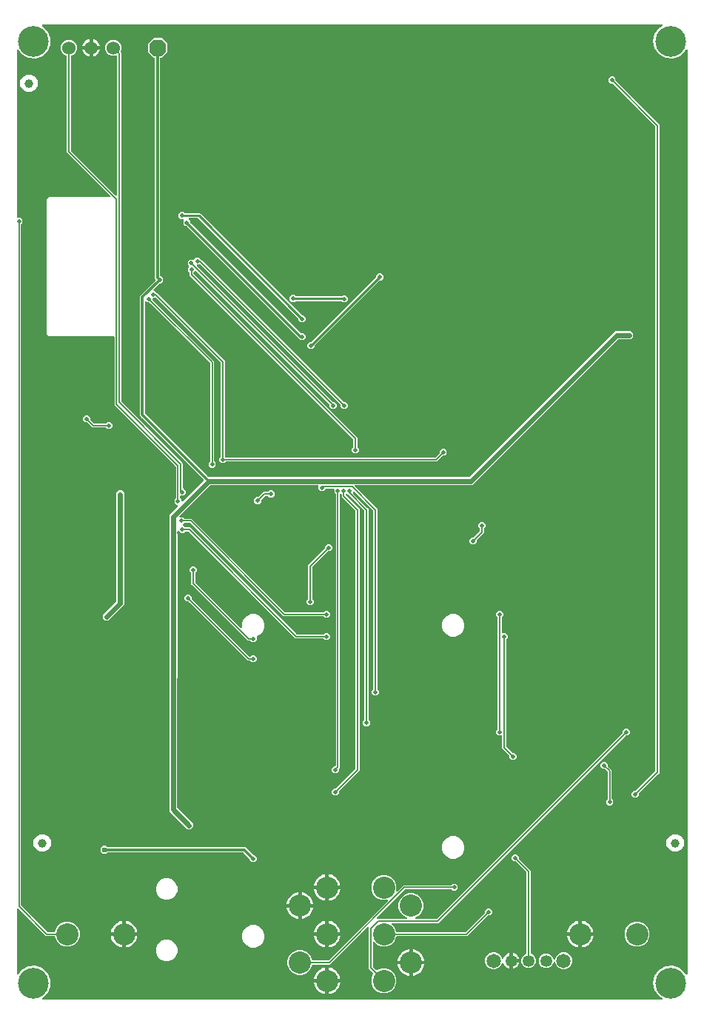
<source format=gbr>
G04 EAGLE Gerber RS-274X export*
G75*
%MOMM*%
%FSLAX34Y34*%
%LPD*%
%INTop Copper*%
%IPPOS*%
%AMOC8*
5,1,8,0,0,1.08239X$1,22.5*%
G01*
%ADD10C,1.524000*%
%ADD11C,3.516000*%
%ADD12C,1.000000*%
%ADD13P,2.089446X8X202.500000*%
%ADD14C,1.650000*%
%ADD15C,1.350000*%
%ADD16C,2.540000*%
%ADD17C,0.508000*%
%ADD18C,0.152400*%
%ADD19C,0.604000*%
%ADD20C,0.304800*%
%ADD21C,0.609600*%
%ADD22C,0.254000*%

G36*
X739129Y3813D02*
X739129Y3813D01*
X739148Y3811D01*
X739269Y3833D01*
X739391Y3851D01*
X739409Y3859D01*
X739428Y3862D01*
X739538Y3917D01*
X739650Y3967D01*
X739665Y3979D01*
X739683Y3988D01*
X739774Y4071D01*
X739867Y4150D01*
X739878Y4167D01*
X739893Y4180D01*
X739957Y4285D01*
X740025Y4387D01*
X740031Y4406D01*
X740041Y4422D01*
X740074Y4541D01*
X740111Y4658D01*
X740111Y4678D01*
X740116Y4697D01*
X740115Y4819D01*
X740118Y4942D01*
X740113Y4961D01*
X740113Y4981D01*
X740077Y5099D01*
X740046Y5217D01*
X740036Y5234D01*
X740031Y5253D01*
X739964Y5356D01*
X739901Y5462D01*
X739887Y5475D01*
X739876Y5492D01*
X739819Y5538D01*
X739694Y5656D01*
X739648Y5680D01*
X739617Y5705D01*
X735825Y7895D01*
X730903Y14669D01*
X729162Y22860D01*
X730903Y31051D01*
X735825Y37826D01*
X743077Y42012D01*
X751405Y42888D01*
X759369Y40300D01*
X765592Y34697D01*
X766407Y32867D01*
X766445Y32806D01*
X766475Y32739D01*
X766520Y32686D01*
X766557Y32626D01*
X766612Y32578D01*
X766659Y32522D01*
X766717Y32484D01*
X766769Y32437D01*
X766835Y32405D01*
X766895Y32365D01*
X766962Y32344D01*
X767025Y32313D01*
X767097Y32301D01*
X767166Y32279D01*
X767236Y32277D01*
X767305Y32265D01*
X767378Y32274D01*
X767450Y32272D01*
X767518Y32289D01*
X767588Y32297D01*
X767655Y32325D01*
X767725Y32344D01*
X767786Y32379D01*
X767851Y32406D01*
X767907Y32452D01*
X767970Y32489D01*
X768018Y32540D01*
X768073Y32584D01*
X768115Y32643D01*
X768164Y32696D01*
X768196Y32759D01*
X768237Y32816D01*
X768261Y32884D01*
X768294Y32949D01*
X768304Y33008D01*
X768330Y33084D01*
X768337Y33205D01*
X768349Y33280D01*
X768349Y1089400D01*
X768339Y1089472D01*
X768339Y1089544D01*
X768319Y1089612D01*
X768309Y1089681D01*
X768280Y1089747D01*
X768259Y1089817D01*
X768222Y1089877D01*
X768193Y1089941D01*
X768146Y1089996D01*
X768107Y1090058D01*
X768055Y1090104D01*
X768010Y1090158D01*
X767949Y1090198D01*
X767895Y1090246D01*
X767831Y1090276D01*
X767773Y1090315D01*
X767703Y1090337D01*
X767638Y1090368D01*
X767569Y1090380D01*
X767502Y1090401D01*
X767429Y1090403D01*
X767357Y1090415D01*
X767288Y1090406D01*
X767218Y1090408D01*
X767147Y1090390D01*
X767075Y1090381D01*
X767010Y1090354D01*
X766943Y1090336D01*
X766880Y1090299D01*
X766813Y1090271D01*
X766758Y1090227D01*
X766698Y1090191D01*
X766648Y1090138D01*
X766592Y1090092D01*
X766559Y1090043D01*
X766504Y1089984D01*
X766449Y1089876D01*
X766407Y1089813D01*
X765592Y1087983D01*
X759369Y1082380D01*
X751405Y1079792D01*
X743077Y1080668D01*
X735825Y1084854D01*
X730903Y1091629D01*
X729162Y1099820D01*
X730903Y1108011D01*
X735825Y1114785D01*
X739617Y1116975D01*
X739632Y1116987D01*
X739650Y1116995D01*
X739744Y1117074D01*
X739841Y1117150D01*
X739852Y1117166D01*
X739867Y1117179D01*
X739936Y1117281D01*
X740007Y1117380D01*
X740014Y1117399D01*
X740025Y1117415D01*
X740062Y1117533D01*
X740104Y1117648D01*
X740105Y1117668D01*
X740111Y1117686D01*
X740114Y1117809D01*
X740122Y1117932D01*
X740117Y1117951D01*
X740118Y1117970D01*
X740087Y1118089D01*
X740060Y1118209D01*
X740051Y1118227D01*
X740046Y1118245D01*
X739984Y1118351D01*
X739925Y1118459D01*
X739911Y1118473D01*
X739901Y1118490D01*
X739811Y1118574D01*
X739725Y1118661D01*
X739708Y1118671D01*
X739694Y1118684D01*
X739584Y1118740D01*
X739477Y1118800D01*
X739458Y1118805D01*
X739440Y1118814D01*
X739368Y1118826D01*
X739200Y1118865D01*
X739149Y1118863D01*
X739109Y1118869D01*
X31247Y1118869D01*
X31191Y1118861D01*
X31135Y1118863D01*
X31051Y1118842D01*
X30965Y1118829D01*
X30914Y1118807D01*
X30860Y1118793D01*
X30785Y1118749D01*
X30706Y1118713D01*
X30663Y1118677D01*
X30615Y1118649D01*
X30555Y1118586D01*
X30489Y1118530D01*
X30458Y1118483D01*
X30419Y1118442D01*
X30379Y1118365D01*
X30331Y1118293D01*
X30314Y1118240D01*
X30289Y1118190D01*
X30272Y1118105D01*
X30245Y1118022D01*
X30244Y1117966D01*
X30233Y1117911D01*
X30240Y1117824D01*
X30238Y1117738D01*
X30252Y1117684D01*
X30257Y1117628D01*
X30288Y1117547D01*
X30310Y1117463D01*
X30338Y1117415D01*
X30358Y1117362D01*
X30402Y1117307D01*
X30455Y1117218D01*
X30525Y1117152D01*
X30567Y1117100D01*
X36612Y1111657D01*
X40018Y1104007D01*
X40018Y1095633D01*
X36612Y1087983D01*
X30389Y1082380D01*
X22425Y1079792D01*
X14097Y1080668D01*
X6845Y1084854D01*
X3107Y1089999D01*
X3032Y1090077D01*
X2961Y1090160D01*
X2933Y1090179D01*
X2910Y1090203D01*
X2815Y1090257D01*
X2725Y1090318D01*
X2693Y1090328D01*
X2663Y1090345D01*
X2558Y1090371D01*
X2454Y1090404D01*
X2420Y1090404D01*
X2387Y1090412D01*
X2278Y1090408D01*
X2170Y1090411D01*
X2137Y1090402D01*
X2103Y1090401D01*
X2000Y1090366D01*
X1895Y1090339D01*
X1866Y1090322D01*
X1833Y1090311D01*
X1743Y1090249D01*
X1650Y1090194D01*
X1627Y1090169D01*
X1599Y1090150D01*
X1530Y1090066D01*
X1456Y1089986D01*
X1440Y1089956D01*
X1419Y1089930D01*
X1376Y1089830D01*
X1326Y1089733D01*
X1321Y1089703D01*
X1306Y1089669D01*
X1279Y1089452D01*
X1271Y1089402D01*
X1271Y899160D01*
X1279Y899102D01*
X1277Y899044D01*
X1299Y898962D01*
X1311Y898878D01*
X1334Y898825D01*
X1349Y898769D01*
X1392Y898696D01*
X1427Y898619D01*
X1465Y898574D01*
X1494Y898524D01*
X1556Y898466D01*
X1610Y898402D01*
X1659Y898370D01*
X1702Y898330D01*
X1777Y898291D01*
X1847Y898244D01*
X1903Y898227D01*
X1955Y898200D01*
X2023Y898189D01*
X2118Y898159D01*
X2218Y898156D01*
X2286Y898145D01*
X5494Y898145D01*
X7875Y895764D01*
X7875Y892396D01*
X6394Y890916D01*
X6342Y890846D01*
X6282Y890782D01*
X6256Y890733D01*
X6223Y890688D01*
X6192Y890607D01*
X6152Y890529D01*
X6144Y890481D01*
X6122Y890423D01*
X6111Y890293D01*
X6111Y890292D01*
X6111Y890285D01*
X6110Y890275D01*
X6097Y890198D01*
X6097Y111858D01*
X6109Y111771D01*
X6112Y111684D01*
X6129Y111631D01*
X6137Y111576D01*
X6172Y111496D01*
X6199Y111413D01*
X6227Y111374D01*
X6253Y111317D01*
X6349Y111204D01*
X6394Y111140D01*
X36210Y81324D01*
X36280Y81272D01*
X36344Y81212D01*
X36393Y81186D01*
X36437Y81153D01*
X36519Y81122D01*
X36597Y81082D01*
X36644Y81074D01*
X36703Y81052D01*
X36850Y81040D01*
X36928Y81027D01*
X43812Y81027D01*
X43814Y81027D01*
X43815Y81027D01*
X43955Y81047D01*
X44094Y81067D01*
X44095Y81067D01*
X44097Y81067D01*
X44222Y81124D01*
X44353Y81183D01*
X44354Y81184D01*
X44356Y81185D01*
X44463Y81276D01*
X44570Y81366D01*
X44571Y81368D01*
X44572Y81369D01*
X44580Y81382D01*
X44728Y81603D01*
X44737Y81632D01*
X44750Y81653D01*
X46881Y86798D01*
X50882Y90799D01*
X56111Y92965D01*
X61769Y92965D01*
X66998Y90799D01*
X70999Y86798D01*
X73165Y81569D01*
X73165Y75911D01*
X70999Y70682D01*
X66998Y66681D01*
X61769Y64515D01*
X56111Y64515D01*
X50882Y66681D01*
X46881Y70682D01*
X44750Y75827D01*
X44749Y75828D01*
X44749Y75829D01*
X44679Y75948D01*
X44606Y76071D01*
X44604Y76072D01*
X44604Y76074D01*
X44500Y76171D01*
X44399Y76267D01*
X44397Y76267D01*
X44396Y76268D01*
X44271Y76332D01*
X44146Y76397D01*
X44145Y76397D01*
X44143Y76398D01*
X44128Y76400D01*
X43867Y76452D01*
X43837Y76449D01*
X43812Y76453D01*
X34613Y76453D01*
X32976Y78090D01*
X3004Y108062D01*
X2980Y108080D01*
X2961Y108102D01*
X2867Y108165D01*
X2777Y108233D01*
X2749Y108244D01*
X2725Y108260D01*
X2617Y108294D01*
X2511Y108334D01*
X2482Y108337D01*
X2454Y108346D01*
X2340Y108349D01*
X2228Y108358D01*
X2199Y108352D01*
X2170Y108353D01*
X2060Y108324D01*
X1949Y108302D01*
X1923Y108288D01*
X1895Y108281D01*
X1797Y108223D01*
X1697Y108171D01*
X1675Y108151D01*
X1650Y108136D01*
X1573Y108053D01*
X1491Y107975D01*
X1476Y107950D01*
X1456Y107929D01*
X1404Y107828D01*
X1347Y107730D01*
X1340Y107702D01*
X1326Y107675D01*
X1313Y107598D01*
X1277Y107454D01*
X1279Y107392D01*
X1271Y107344D01*
X1271Y33278D01*
X1286Y33170D01*
X1294Y33062D01*
X1306Y33030D01*
X1311Y32996D01*
X1355Y32897D01*
X1393Y32795D01*
X1413Y32768D01*
X1427Y32737D01*
X1497Y32654D01*
X1562Y32566D01*
X1589Y32546D01*
X1610Y32520D01*
X1701Y32460D01*
X1787Y32393D01*
X1819Y32381D01*
X1847Y32362D01*
X1951Y32329D01*
X2052Y32290D01*
X2086Y32287D01*
X2118Y32276D01*
X2227Y32274D01*
X2335Y32264D01*
X2368Y32270D01*
X2402Y32269D01*
X2507Y32297D01*
X2614Y32317D01*
X2645Y32332D01*
X2677Y32341D01*
X2771Y32396D01*
X2868Y32446D01*
X2889Y32467D01*
X2922Y32486D01*
X3072Y32646D01*
X3107Y32681D01*
X6845Y37826D01*
X14097Y42012D01*
X22425Y42888D01*
X30389Y40300D01*
X36612Y34697D01*
X40018Y27047D01*
X40018Y18673D01*
X36612Y11023D01*
X30567Y5580D01*
X30531Y5538D01*
X30489Y5501D01*
X30441Y5429D01*
X30385Y5363D01*
X30362Y5311D01*
X30331Y5265D01*
X30305Y5182D01*
X30270Y5103D01*
X30262Y5047D01*
X30245Y4994D01*
X30243Y4907D01*
X30231Y4821D01*
X30240Y4765D01*
X30238Y4710D01*
X30260Y4626D01*
X30273Y4540D01*
X30296Y4489D01*
X30310Y4435D01*
X30354Y4360D01*
X30390Y4281D01*
X30427Y4238D01*
X30455Y4190D01*
X30519Y4131D01*
X30575Y4065D01*
X30622Y4034D01*
X30662Y3996D01*
X30740Y3956D01*
X30812Y3908D01*
X30866Y3892D01*
X30916Y3866D01*
X30985Y3855D01*
X31084Y3824D01*
X31180Y3822D01*
X31247Y3811D01*
X739109Y3811D01*
X739129Y3813D01*
G37*
%LPC*%
G36*
X196226Y198627D02*
X196226Y198627D01*
X178639Y216214D01*
X178636Y216217D01*
X177038Y217815D01*
X175664Y219190D01*
X175664Y221057D01*
X175664Y221058D01*
X175664Y223394D01*
X175665Y223398D01*
X175752Y515849D01*
X175751Y515861D01*
X175753Y518175D01*
X175753Y518176D01*
X175754Y520467D01*
X175755Y520477D01*
X175767Y532110D01*
X175767Y532115D01*
X175767Y532119D01*
X175593Y553742D01*
X175580Y553825D01*
X175578Y553909D01*
X175574Y553919D01*
X175574Y556046D01*
X175574Y556050D01*
X175574Y556054D01*
X175559Y557946D01*
X176899Y559286D01*
X176902Y559289D01*
X176905Y559291D01*
X178422Y560833D01*
X178468Y560873D01*
X178532Y560918D01*
X185347Y567734D01*
X185365Y567758D01*
X185387Y567777D01*
X185450Y567871D01*
X185518Y567961D01*
X185529Y567989D01*
X185545Y568013D01*
X185579Y568121D01*
X185619Y568227D01*
X185622Y568256D01*
X185631Y568284D01*
X185634Y568398D01*
X185643Y568510D01*
X185637Y568539D01*
X185638Y568568D01*
X185609Y568678D01*
X185587Y568789D01*
X185574Y568815D01*
X185566Y568843D01*
X185508Y568941D01*
X185456Y569041D01*
X185436Y569063D01*
X185421Y569088D01*
X185338Y569165D01*
X185260Y569247D01*
X185235Y569262D01*
X185214Y569282D01*
X185113Y569334D01*
X185015Y569391D01*
X184987Y569398D01*
X184960Y569412D01*
X184883Y569425D01*
X184740Y569461D01*
X184677Y569459D01*
X184629Y569467D01*
X183990Y569467D01*
X181609Y571848D01*
X181609Y575216D01*
X183090Y576696D01*
X183142Y576766D01*
X183202Y576830D01*
X183228Y576879D01*
X183261Y576924D01*
X183283Y576981D01*
X183288Y576988D01*
X183295Y577010D01*
X183332Y577083D01*
X183340Y577131D01*
X183362Y577189D01*
X183366Y577236D01*
X183373Y577259D01*
X183375Y577344D01*
X183387Y577414D01*
X183387Y613058D01*
X183375Y613145D01*
X183372Y613232D01*
X183355Y613285D01*
X183347Y613340D01*
X183312Y613420D01*
X183285Y613503D01*
X183257Y613542D01*
X183231Y613599D01*
X183135Y613712D01*
X183090Y613776D01*
X112920Y683946D01*
X112920Y761339D01*
X112912Y761397D01*
X112914Y761455D01*
X112892Y761537D01*
X112880Y761621D01*
X112857Y761674D01*
X112842Y761730D01*
X112799Y761803D01*
X112764Y761880D01*
X112726Y761925D01*
X112697Y761975D01*
X112635Y762033D01*
X112581Y762097D01*
X112532Y762129D01*
X112489Y762169D01*
X112414Y762208D01*
X112344Y762255D01*
X112288Y762272D01*
X112236Y762299D01*
X112168Y762310D01*
X112073Y762340D01*
X111973Y762343D01*
X111905Y762354D01*
X38158Y762354D01*
X35554Y764958D01*
X35554Y918642D01*
X38158Y921246D01*
X107233Y921246D01*
X107262Y921250D01*
X107291Y921247D01*
X107402Y921270D01*
X107515Y921286D01*
X107541Y921298D01*
X107570Y921303D01*
X107671Y921355D01*
X107774Y921402D01*
X107796Y921421D01*
X107822Y921434D01*
X107905Y921512D01*
X107991Y921585D01*
X108007Y921610D01*
X108029Y921630D01*
X108086Y921728D01*
X108149Y921822D01*
X108158Y921850D01*
X108172Y921875D01*
X108200Y921985D01*
X108234Y922093D01*
X108235Y922123D01*
X108242Y922151D01*
X108239Y922264D01*
X108242Y922377D01*
X108234Y922406D01*
X108233Y922435D01*
X108198Y922543D01*
X108170Y922652D01*
X108155Y922678D01*
X108146Y922706D01*
X108100Y922769D01*
X108025Y922897D01*
X107979Y922940D01*
X107951Y922979D01*
X58673Y972257D01*
X58673Y1082571D01*
X58673Y1082572D01*
X58673Y1082574D01*
X58653Y1082714D01*
X58633Y1082852D01*
X58633Y1082854D01*
X58633Y1082855D01*
X58577Y1082978D01*
X58517Y1083112D01*
X58516Y1083113D01*
X58515Y1083114D01*
X58424Y1083221D01*
X58334Y1083329D01*
X58332Y1083329D01*
X58331Y1083331D01*
X58318Y1083339D01*
X58097Y1083486D01*
X58068Y1083495D01*
X58047Y1083509D01*
X55780Y1084447D01*
X53207Y1087020D01*
X51815Y1090381D01*
X51815Y1094019D01*
X53207Y1097380D01*
X55780Y1099953D01*
X59141Y1101345D01*
X62779Y1101345D01*
X66140Y1099953D01*
X68713Y1097380D01*
X70105Y1094019D01*
X70105Y1090381D01*
X68713Y1087020D01*
X66140Y1084447D01*
X63873Y1083509D01*
X63872Y1083508D01*
X63871Y1083507D01*
X63750Y1083436D01*
X63629Y1083364D01*
X63628Y1083363D01*
X63626Y1083362D01*
X63529Y1083258D01*
X63433Y1083157D01*
X63433Y1083156D01*
X63432Y1083155D01*
X63367Y1083029D01*
X63303Y1082905D01*
X63303Y1082903D01*
X63302Y1082902D01*
X63300Y1082887D01*
X63248Y1082626D01*
X63251Y1082595D01*
X63247Y1082571D01*
X63247Y974572D01*
X63259Y974485D01*
X63262Y974398D01*
X63279Y974345D01*
X63287Y974290D01*
X63322Y974210D01*
X63349Y974127D01*
X63377Y974088D01*
X63403Y974031D01*
X63499Y973917D01*
X63544Y973854D01*
X114235Y923163D01*
X114259Y923145D01*
X114278Y923123D01*
X114372Y923060D01*
X114462Y922992D01*
X114490Y922981D01*
X114514Y922965D01*
X114622Y922931D01*
X114728Y922890D01*
X114757Y922888D01*
X114785Y922879D01*
X114899Y922876D01*
X115011Y922867D01*
X115040Y922873D01*
X115069Y922872D01*
X115179Y922901D01*
X115290Y922923D01*
X115316Y922936D01*
X115344Y922944D01*
X115442Y923002D01*
X115542Y923054D01*
X115564Y923074D01*
X115589Y923089D01*
X115666Y923172D01*
X115748Y923250D01*
X115763Y923275D01*
X115783Y923296D01*
X115835Y923397D01*
X115892Y923495D01*
X115899Y923523D01*
X115913Y923549D01*
X115926Y923627D01*
X115962Y923770D01*
X115960Y923833D01*
X115968Y923880D01*
X115968Y1082526D01*
X115952Y1082639D01*
X115942Y1082754D01*
X115932Y1082780D01*
X115928Y1082807D01*
X115881Y1082912D01*
X115840Y1083019D01*
X115824Y1083041D01*
X115812Y1083066D01*
X115738Y1083154D01*
X115669Y1083246D01*
X115646Y1083262D01*
X115629Y1083283D01*
X115533Y1083347D01*
X115441Y1083416D01*
X115415Y1083426D01*
X115392Y1083441D01*
X115282Y1083476D01*
X115175Y1083516D01*
X115147Y1083518D01*
X115121Y1083527D01*
X115006Y1083530D01*
X114892Y1083539D01*
X114867Y1083533D01*
X114837Y1083534D01*
X114580Y1083467D01*
X114564Y1083463D01*
X113579Y1083055D01*
X109941Y1083055D01*
X106580Y1084447D01*
X104007Y1087020D01*
X102615Y1090381D01*
X102615Y1094019D01*
X104007Y1097380D01*
X106580Y1099953D01*
X109941Y1101345D01*
X113579Y1101345D01*
X116940Y1099953D01*
X119513Y1097380D01*
X120905Y1094019D01*
X120905Y1090381D01*
X119966Y1088114D01*
X119965Y1088113D01*
X119965Y1088111D01*
X119930Y1087974D01*
X119895Y1087839D01*
X119895Y1087837D01*
X119895Y1087836D01*
X119899Y1087695D01*
X119903Y1087555D01*
X119904Y1087553D01*
X119904Y1087552D01*
X119947Y1087416D01*
X119990Y1087284D01*
X119991Y1087283D01*
X119991Y1087281D01*
X120000Y1087269D01*
X120148Y1087048D01*
X120171Y1087028D01*
X120186Y1087008D01*
X120542Y1086652D01*
X120542Y688293D01*
X120554Y688206D01*
X120557Y688119D01*
X120574Y688066D01*
X120582Y688011D01*
X120617Y687931D01*
X120644Y687848D01*
X120672Y687809D01*
X120698Y687752D01*
X120794Y687639D01*
X120839Y687575D01*
X191314Y617100D01*
X191314Y589280D01*
X191322Y589222D01*
X191320Y589164D01*
X191342Y589082D01*
X191354Y588998D01*
X191378Y588945D01*
X191392Y588889D01*
X191435Y588816D01*
X191470Y588739D01*
X191508Y588694D01*
X191538Y588644D01*
X191599Y588586D01*
X191654Y588522D01*
X191702Y588490D01*
X191745Y588450D01*
X191820Y588411D01*
X191890Y588364D01*
X191946Y588347D01*
X191998Y588320D01*
X192066Y588309D01*
X192161Y588279D01*
X192170Y588278D01*
X194565Y585884D01*
X194565Y582516D01*
X192184Y580135D01*
X188976Y580135D01*
X188918Y580127D01*
X188860Y580129D01*
X188778Y580107D01*
X188694Y580095D01*
X188641Y580072D01*
X188585Y580057D01*
X188512Y580014D01*
X188435Y579979D01*
X188390Y579941D01*
X188340Y579912D01*
X188282Y579850D01*
X188218Y579796D01*
X188186Y579747D01*
X188146Y579704D01*
X188107Y579629D01*
X188060Y579559D01*
X188043Y579503D01*
X188016Y579451D01*
X188005Y579383D01*
X187975Y579288D01*
X187972Y579188D01*
X187961Y579120D01*
X187961Y577414D01*
X187969Y577358D01*
X187967Y577311D01*
X187974Y577284D01*
X187976Y577240D01*
X187993Y577188D01*
X188001Y577133D01*
X188032Y577062D01*
X188039Y577036D01*
X188045Y577026D01*
X188063Y576970D01*
X188091Y576930D01*
X188117Y576873D01*
X188180Y576799D01*
X188184Y576791D01*
X188194Y576783D01*
X188213Y576760D01*
X188258Y576696D01*
X189739Y575216D01*
X189739Y574577D01*
X189743Y574547D01*
X189740Y574518D01*
X189763Y574407D01*
X189779Y574295D01*
X189791Y574268D01*
X189796Y574240D01*
X189848Y574139D01*
X189895Y574036D01*
X189914Y574013D01*
X189927Y573987D01*
X190005Y573905D01*
X190078Y573819D01*
X190103Y573802D01*
X190123Y573781D01*
X190221Y573724D01*
X190315Y573661D01*
X190343Y573652D01*
X190368Y573637D01*
X190478Y573610D01*
X190586Y573575D01*
X190616Y573575D01*
X190644Y573567D01*
X190757Y573571D01*
X190870Y573568D01*
X190899Y573575D01*
X190928Y573576D01*
X191036Y573611D01*
X191145Y573640D01*
X191171Y573655D01*
X191199Y573664D01*
X191262Y573709D01*
X191390Y573785D01*
X191433Y573831D01*
X191472Y573859D01*
X214873Y597260D01*
X214908Y597306D01*
X214950Y597347D01*
X214993Y597420D01*
X215044Y597487D01*
X215065Y597542D01*
X215094Y597592D01*
X215115Y597674D01*
X215145Y597753D01*
X215150Y597811D01*
X215164Y597868D01*
X215162Y597952D01*
X215169Y598036D01*
X215157Y598093D01*
X215155Y598152D01*
X215129Y598232D01*
X215113Y598315D01*
X215086Y598367D01*
X215068Y598422D01*
X215028Y598478D01*
X214982Y598567D01*
X214913Y598639D01*
X214873Y598696D01*
X143815Y669754D01*
X141731Y671837D01*
X141731Y808475D01*
X159563Y826306D01*
X159598Y826353D01*
X159640Y826393D01*
X159683Y826466D01*
X159733Y826533D01*
X159754Y826588D01*
X159784Y826638D01*
X159805Y826720D01*
X159835Y826799D01*
X159840Y826857D01*
X159854Y826914D01*
X159851Y826998D01*
X159858Y827082D01*
X159847Y827140D01*
X159845Y827198D01*
X159819Y827278D01*
X159802Y827361D01*
X159775Y827413D01*
X159757Y827469D01*
X159717Y827525D01*
X159671Y827613D01*
X159603Y827686D01*
X159563Y827742D01*
X159003Y828301D01*
X159003Y1080008D01*
X158996Y1080061D01*
X158997Y1080092D01*
X158996Y1080095D01*
X158997Y1080124D01*
X158975Y1080206D01*
X158963Y1080290D01*
X158940Y1080343D01*
X158925Y1080399D01*
X158882Y1080472D01*
X158847Y1080549D01*
X158809Y1080594D01*
X158780Y1080644D01*
X158718Y1080702D01*
X158664Y1080766D01*
X158615Y1080798D01*
X158572Y1080838D01*
X158497Y1080877D01*
X158427Y1080924D01*
X158371Y1080941D01*
X158319Y1080968D01*
X158251Y1080979D01*
X158156Y1081009D01*
X158056Y1081012D01*
X157988Y1081023D01*
X157930Y1081023D01*
X151383Y1087570D01*
X151383Y1096830D01*
X157930Y1103377D01*
X167190Y1103377D01*
X173737Y1096830D01*
X173737Y1087570D01*
X167190Y1081023D01*
X166116Y1081023D01*
X166058Y1081015D01*
X166000Y1081017D01*
X165918Y1080995D01*
X165834Y1080983D01*
X165781Y1080960D01*
X165725Y1080945D01*
X165652Y1080902D01*
X165575Y1080867D01*
X165530Y1080829D01*
X165480Y1080800D01*
X165422Y1080738D01*
X165358Y1080684D01*
X165326Y1080635D01*
X165286Y1080592D01*
X165247Y1080517D01*
X165200Y1080447D01*
X165183Y1080391D01*
X165156Y1080339D01*
X165145Y1080271D01*
X165115Y1080176D01*
X165112Y1080076D01*
X165101Y1080008D01*
X165101Y832104D01*
X165109Y832046D01*
X165107Y831988D01*
X165129Y831906D01*
X165141Y831822D01*
X165164Y831769D01*
X165179Y831713D01*
X165222Y831640D01*
X165257Y831563D01*
X165295Y831518D01*
X165324Y831468D01*
X165386Y831410D01*
X165440Y831346D01*
X165489Y831314D01*
X165532Y831274D01*
X165607Y831235D01*
X165677Y831188D01*
X165733Y831171D01*
X165785Y831144D01*
X165853Y831133D01*
X165948Y831103D01*
X166048Y831100D01*
X166116Y831089D01*
X166276Y831089D01*
X168657Y828708D01*
X168657Y825340D01*
X166276Y822959D01*
X165259Y822959D01*
X165173Y822947D01*
X165085Y822944D01*
X165033Y822927D01*
X164978Y822919D01*
X164898Y822884D01*
X164815Y822857D01*
X164776Y822829D01*
X164718Y822803D01*
X164605Y822707D01*
X164541Y822662D01*
X157937Y816058D01*
X157920Y816034D01*
X157897Y816015D01*
X157835Y815921D01*
X157767Y815831D01*
X157756Y815803D01*
X157740Y815779D01*
X157706Y815671D01*
X157665Y815565D01*
X157663Y815536D01*
X157654Y815508D01*
X157651Y815394D01*
X157642Y815282D01*
X157647Y815253D01*
X157647Y815224D01*
X157675Y815114D01*
X157698Y815003D01*
X157711Y814977D01*
X157719Y814949D01*
X157776Y814851D01*
X157829Y814751D01*
X157849Y814729D01*
X157864Y814704D01*
X157946Y814627D01*
X158024Y814545D01*
X158050Y814530D01*
X158071Y814510D01*
X158172Y814458D01*
X158270Y814401D01*
X158298Y814394D01*
X158324Y814380D01*
X158402Y814367D01*
X158545Y814331D01*
X158608Y814333D01*
X158655Y814325D01*
X159164Y814325D01*
X160644Y812844D01*
X160714Y812792D01*
X160778Y812732D01*
X160787Y812727D01*
X239379Y734135D01*
X239379Y625310D01*
X239391Y625223D01*
X239394Y625136D01*
X239411Y625083D01*
X239419Y625028D01*
X239455Y624948D01*
X239482Y624865D01*
X239510Y624826D01*
X239535Y624769D01*
X239631Y624656D01*
X239677Y624592D01*
X240257Y624012D01*
X240327Y623959D01*
X240391Y623899D01*
X240440Y623874D01*
X240484Y623841D01*
X240566Y623810D01*
X240644Y623770D01*
X240691Y623762D01*
X240750Y623739D01*
X240897Y623727D01*
X240975Y623714D01*
X479090Y623714D01*
X479176Y623726D01*
X479264Y623729D01*
X479316Y623746D01*
X479371Y623754D01*
X479451Y623790D01*
X479534Y623817D01*
X479574Y623845D01*
X479631Y623870D01*
X479744Y623966D01*
X479808Y624012D01*
X484588Y628792D01*
X484640Y628862D01*
X484700Y628926D01*
X484726Y628975D01*
X484759Y629019D01*
X484790Y629101D01*
X484830Y629179D01*
X484838Y629226D01*
X484860Y629285D01*
X484872Y629432D01*
X484885Y629510D01*
X484885Y631604D01*
X487266Y633985D01*
X490634Y633985D01*
X493015Y631604D01*
X493015Y628236D01*
X490634Y625855D01*
X488540Y625855D01*
X488453Y625843D01*
X488366Y625840D01*
X488313Y625823D01*
X488258Y625815D01*
X488178Y625780D01*
X488095Y625753D01*
X488056Y625725D01*
X487999Y625699D01*
X487886Y625603D01*
X487822Y625558D01*
X481405Y619141D01*
X240975Y619141D01*
X240888Y619129D01*
X240801Y619126D01*
X240748Y619109D01*
X240693Y619101D01*
X240613Y619065D01*
X240530Y619038D01*
X240491Y619010D01*
X240434Y618985D01*
X240321Y618889D01*
X240257Y618843D01*
X238776Y617363D01*
X235409Y617363D01*
X233028Y619744D01*
X233028Y623111D01*
X234508Y624592D01*
X234561Y624662D01*
X234621Y624726D01*
X234646Y624775D01*
X234679Y624819D01*
X234710Y624901D01*
X234750Y624979D01*
X234758Y625026D01*
X234781Y625085D01*
X234793Y625232D01*
X234806Y625310D01*
X234806Y731820D01*
X234794Y731906D01*
X234791Y731994D01*
X234774Y732046D01*
X234766Y732101D01*
X234730Y732181D01*
X234703Y732264D01*
X234675Y732304D01*
X234650Y732361D01*
X234554Y732474D01*
X234508Y732538D01*
X160725Y806321D01*
X160679Y806356D01*
X160638Y806399D01*
X160565Y806441D01*
X160498Y806492D01*
X160443Y806513D01*
X160393Y806542D01*
X160311Y806563D01*
X160232Y806593D01*
X160174Y806598D01*
X160117Y806612D01*
X160033Y806610D01*
X159949Y806617D01*
X159892Y806605D01*
X159833Y806603D01*
X159753Y806577D01*
X159670Y806561D01*
X159618Y806534D01*
X159563Y806516D01*
X159506Y806476D01*
X159418Y806430D01*
X159346Y806361D01*
X159289Y806321D01*
X159164Y806195D01*
X157480Y806195D01*
X157422Y806187D01*
X157364Y806189D01*
X157282Y806167D01*
X157198Y806155D01*
X157145Y806132D01*
X157089Y806117D01*
X157016Y806074D01*
X156939Y806039D01*
X156894Y806001D01*
X156844Y805972D01*
X156786Y805910D01*
X156722Y805856D01*
X156690Y805807D01*
X156650Y805764D01*
X156611Y805689D01*
X156564Y805619D01*
X156547Y805563D01*
X156520Y805511D01*
X156509Y805443D01*
X156479Y805348D01*
X156476Y805248D01*
X156465Y805180D01*
X156465Y804770D01*
X156477Y804683D01*
X156480Y804596D01*
X156497Y804543D01*
X156505Y804488D01*
X156540Y804408D01*
X156567Y804325D01*
X156595Y804286D01*
X156621Y804229D01*
X156717Y804116D01*
X156762Y804052D01*
X227077Y733737D01*
X227077Y619832D01*
X227089Y619746D01*
X227092Y619658D01*
X227109Y619606D01*
X227117Y619551D01*
X227152Y619471D01*
X227179Y619388D01*
X227207Y619348D01*
X227233Y619291D01*
X227329Y619178D01*
X227374Y619114D01*
X228855Y617634D01*
X228855Y614266D01*
X226474Y611885D01*
X223106Y611885D01*
X220725Y614266D01*
X220725Y617634D01*
X222206Y619114D01*
X222258Y619184D01*
X222318Y619248D01*
X222344Y619297D01*
X222377Y619342D01*
X222408Y619423D01*
X222448Y619501D01*
X222456Y619549D01*
X222478Y619607D01*
X222490Y619755D01*
X222503Y619832D01*
X222503Y731422D01*
X222491Y731509D01*
X222488Y731596D01*
X222471Y731649D01*
X222463Y731704D01*
X222428Y731784D01*
X222401Y731867D01*
X222373Y731906D01*
X222347Y731963D01*
X222251Y732076D01*
X222206Y732140D01*
X153528Y800818D01*
X153458Y800870D01*
X153394Y800930D01*
X153345Y800956D01*
X153301Y800989D01*
X153219Y801020D01*
X153141Y801060D01*
X153094Y801068D01*
X153035Y801090D01*
X152888Y801102D01*
X152810Y801115D01*
X150716Y801115D01*
X149562Y802270D01*
X149538Y802287D01*
X149519Y802310D01*
X149425Y802373D01*
X149335Y802441D01*
X149307Y802451D01*
X149283Y802467D01*
X149175Y802502D01*
X149069Y802542D01*
X149040Y802544D01*
X149012Y802553D01*
X148898Y802556D01*
X148786Y802565D01*
X148757Y802560D01*
X148728Y802560D01*
X148618Y802532D01*
X148507Y802510D01*
X148481Y802496D01*
X148453Y802489D01*
X148355Y802431D01*
X148255Y802379D01*
X148233Y802358D01*
X148208Y802343D01*
X148131Y802261D01*
X148049Y802183D01*
X148034Y802157D01*
X148014Y802136D01*
X147962Y802035D01*
X147905Y801937D01*
X147898Y801909D01*
X147884Y801883D01*
X147871Y801806D01*
X147835Y801662D01*
X147837Y801599D01*
X147829Y801552D01*
X147829Y674783D01*
X147841Y674697D01*
X147844Y674609D01*
X147861Y674557D01*
X147869Y674502D01*
X147904Y674422D01*
X147931Y674339D01*
X147959Y674300D01*
X147985Y674242D01*
X148081Y674129D01*
X148126Y674065D01*
X220421Y601770D01*
X220491Y601718D01*
X220555Y601658D01*
X220605Y601632D01*
X220649Y601599D01*
X220730Y601568D01*
X220808Y601528D01*
X220856Y601520D01*
X220914Y601498D01*
X221062Y601486D01*
X221139Y601473D01*
X518385Y601473D01*
X518472Y601485D01*
X518559Y601488D01*
X518612Y601505D01*
X518667Y601513D01*
X518747Y601548D01*
X518830Y601575D01*
X518869Y601603D01*
X518926Y601629D01*
X519040Y601725D01*
X519103Y601770D01*
X685326Y767993D01*
X703696Y767993D01*
X706375Y765314D01*
X706375Y761526D01*
X703696Y758847D01*
X689535Y758847D01*
X689448Y758835D01*
X689361Y758832D01*
X689308Y758815D01*
X689253Y758807D01*
X689173Y758772D01*
X689090Y758745D01*
X689051Y758717D01*
X688994Y758691D01*
X688880Y758595D01*
X688817Y758550D01*
X525570Y595303D01*
X522594Y592327D01*
X388718Y592327D01*
X388689Y592323D01*
X388659Y592326D01*
X388548Y592303D01*
X388436Y592287D01*
X388409Y592275D01*
X388381Y592270D01*
X388280Y592218D01*
X388177Y592171D01*
X388154Y592152D01*
X388128Y592139D01*
X388046Y592061D01*
X387960Y591988D01*
X387943Y591963D01*
X387922Y591943D01*
X387865Y591845D01*
X387802Y591751D01*
X387793Y591723D01*
X387779Y591698D01*
X387751Y591588D01*
X387716Y591480D01*
X387716Y591450D01*
X387708Y591422D01*
X387712Y591309D01*
X387709Y591196D01*
X387717Y591167D01*
X387717Y591138D01*
X387752Y591030D01*
X387781Y590921D01*
X387796Y590895D01*
X387805Y590867D01*
X387850Y590804D01*
X387926Y590676D01*
X387972Y590633D01*
X388000Y590594D01*
X413767Y564827D01*
X413767Y359482D01*
X413779Y359396D01*
X413782Y359308D01*
X413799Y359256D01*
X413807Y359201D01*
X413842Y359121D01*
X413869Y359038D01*
X413897Y358998D01*
X413923Y358941D01*
X414019Y358828D01*
X414064Y358764D01*
X415545Y357284D01*
X415545Y353916D01*
X413164Y351535D01*
X409796Y351535D01*
X407415Y353916D01*
X407415Y357284D01*
X408896Y358764D01*
X408948Y358834D01*
X409008Y358898D01*
X409034Y358947D01*
X409067Y358992D01*
X409098Y359073D01*
X409138Y359151D01*
X409146Y359199D01*
X409168Y359257D01*
X409180Y359405D01*
X409193Y359482D01*
X409193Y562512D01*
X409181Y562599D01*
X409178Y562686D01*
X409161Y562739D01*
X409153Y562794D01*
X409118Y562874D01*
X409091Y562957D01*
X409063Y562996D01*
X409037Y563053D01*
X408941Y563166D01*
X408896Y563230D01*
X387560Y584566D01*
X387536Y584584D01*
X387517Y584606D01*
X387423Y584669D01*
X387333Y584737D01*
X387305Y584748D01*
X387281Y584764D01*
X387173Y584798D01*
X387067Y584838D01*
X387038Y584841D01*
X387010Y584850D01*
X386896Y584853D01*
X386784Y584862D01*
X386755Y584856D01*
X386726Y584857D01*
X386616Y584828D01*
X386505Y584806D01*
X386479Y584792D01*
X386451Y584785D01*
X386353Y584727D01*
X386253Y584675D01*
X386231Y584655D01*
X386206Y584640D01*
X386129Y584557D01*
X386047Y584479D01*
X386032Y584454D01*
X386012Y584433D01*
X385960Y584332D01*
X385903Y584234D01*
X385896Y584206D01*
X385882Y584179D01*
X385869Y584102D01*
X385833Y583958D01*
X385835Y583896D01*
X385827Y583848D01*
X385827Y583637D01*
X385808Y583588D01*
X385778Y583538D01*
X385758Y583456D01*
X385728Y583377D01*
X385723Y583319D01*
X385708Y583262D01*
X385711Y583178D01*
X385704Y583094D01*
X385715Y583037D01*
X385717Y582978D01*
X385743Y582898D01*
X385760Y582815D01*
X385787Y582763D01*
X385805Y582708D01*
X385845Y582651D01*
X385891Y582563D01*
X385960Y582490D01*
X386000Y582434D01*
X401970Y566464D01*
X403607Y564827D01*
X403607Y324303D01*
X403619Y324217D01*
X403622Y324129D01*
X403639Y324077D01*
X403647Y324022D01*
X403682Y323942D01*
X403709Y323859D01*
X403737Y323819D01*
X403763Y323762D01*
X403859Y323649D01*
X403904Y323585D01*
X405385Y322105D01*
X405385Y318737D01*
X403004Y316356D01*
X399636Y316356D01*
X397255Y318737D01*
X397255Y322105D01*
X398736Y323585D01*
X398788Y323655D01*
X398848Y323719D01*
X398874Y323768D01*
X398907Y323813D01*
X398938Y323894D01*
X398978Y323972D01*
X398986Y324020D01*
X399008Y324078D01*
X399020Y324226D01*
X399033Y324303D01*
X399033Y562512D01*
X399021Y562599D01*
X399018Y562686D01*
X399001Y562739D01*
X398993Y562794D01*
X398958Y562874D01*
X398931Y562957D01*
X398903Y562996D01*
X398877Y563053D01*
X398781Y563166D01*
X398736Y563230D01*
X380947Y581019D01*
X380878Y581071D01*
X380814Y581131D01*
X380764Y581156D01*
X380720Y581190D01*
X380639Y581221D01*
X380561Y581261D01*
X380513Y581268D01*
X380455Y581291D01*
X380307Y581303D01*
X380230Y581316D01*
X380078Y581316D01*
X379178Y582216D01*
X379154Y582234D01*
X379135Y582256D01*
X379111Y582273D01*
X379091Y582294D01*
X379064Y582310D01*
X379055Y582318D01*
X379017Y582338D01*
X378951Y582387D01*
X378923Y582398D01*
X378899Y582414D01*
X378871Y582423D01*
X378846Y582438D01*
X378764Y582458D01*
X378685Y582489D01*
X378656Y582491D01*
X378628Y582500D01*
X378599Y582501D01*
X378570Y582508D01*
X378486Y582505D01*
X378402Y582512D01*
X378373Y582506D01*
X378344Y582507D01*
X378315Y582500D01*
X378286Y582499D01*
X378206Y582473D01*
X378123Y582456D01*
X378097Y582443D01*
X378069Y582435D01*
X378043Y582420D01*
X378015Y582411D01*
X377959Y582371D01*
X377871Y582325D01*
X377849Y582305D01*
X377824Y582290D01*
X377781Y582244D01*
X377742Y582216D01*
X377707Y582170D01*
X377665Y582129D01*
X377650Y582104D01*
X377630Y582083D01*
X377604Y582033D01*
X377571Y581989D01*
X377551Y581937D01*
X377544Y581927D01*
X377543Y581922D01*
X377521Y581884D01*
X377514Y581856D01*
X377500Y581830D01*
X377492Y581782D01*
X377470Y581724D01*
X377466Y581680D01*
X377459Y581656D01*
X377458Y581638D01*
X377451Y581609D01*
X377453Y581546D01*
X377445Y581499D01*
X377445Y581250D01*
X377457Y581163D01*
X377460Y581076D01*
X377477Y581023D01*
X377485Y580968D01*
X377520Y580888D01*
X377547Y580805D01*
X377575Y580766D01*
X377601Y580709D01*
X377697Y580596D01*
X377742Y580532D01*
X393447Y564827D01*
X393447Y265753D01*
X370122Y242428D01*
X370070Y242358D01*
X370010Y242294D01*
X369984Y242245D01*
X369951Y242201D01*
X369920Y242119D01*
X369880Y242041D01*
X369872Y241994D01*
X369850Y241935D01*
X369838Y241788D01*
X369825Y241710D01*
X369825Y239616D01*
X367444Y237235D01*
X364076Y237235D01*
X361695Y239616D01*
X361695Y242984D01*
X364076Y245365D01*
X366170Y245365D01*
X366257Y245377D01*
X366344Y245380D01*
X366397Y245397D01*
X366452Y245405D01*
X366532Y245440D01*
X366615Y245467D01*
X366654Y245495D01*
X366711Y245521D01*
X366824Y245617D01*
X366888Y245662D01*
X388576Y267350D01*
X388628Y267420D01*
X388688Y267484D01*
X388714Y267533D01*
X388747Y267577D01*
X388778Y267659D01*
X388818Y267737D01*
X388826Y267784D01*
X388848Y267843D01*
X388860Y267990D01*
X388873Y268068D01*
X388873Y562512D01*
X388861Y562599D01*
X388858Y562686D01*
X388841Y562739D01*
X388833Y562794D01*
X388798Y562874D01*
X388771Y562957D01*
X388743Y562996D01*
X388717Y563053D01*
X388621Y563166D01*
X388576Y563230D01*
X372871Y578935D01*
X372871Y581245D01*
X372864Y581294D01*
X372866Y581344D01*
X372844Y581434D01*
X372831Y581526D01*
X372811Y581572D01*
X372799Y581620D01*
X372753Y581701D01*
X372715Y581786D01*
X372683Y581824D01*
X372658Y581867D01*
X372591Y581932D01*
X372532Y582003D01*
X372490Y582030D01*
X372454Y582065D01*
X372372Y582109D01*
X372295Y582160D01*
X372247Y582175D01*
X372203Y582199D01*
X372112Y582218D01*
X372024Y582246D01*
X371974Y582247D01*
X371925Y582258D01*
X371832Y582251D01*
X371740Y582253D01*
X371691Y582241D01*
X371641Y582237D01*
X371554Y582205D01*
X371465Y582181D01*
X371422Y582156D01*
X371375Y582138D01*
X371300Y582083D01*
X371220Y582036D01*
X371186Y582000D01*
X371146Y581970D01*
X371102Y581910D01*
X371026Y581829D01*
X370985Y581750D01*
X370948Y581699D01*
X370927Y581635D01*
X370896Y581576D01*
X370886Y581513D01*
X370858Y581429D01*
X370853Y581317D01*
X370841Y581245D01*
X370841Y268547D01*
X370122Y267828D01*
X370070Y267758D01*
X370010Y267694D01*
X369984Y267645D01*
X369951Y267601D01*
X369920Y267519D01*
X369880Y267441D01*
X369872Y267394D01*
X369850Y267335D01*
X369838Y267188D01*
X369825Y267110D01*
X369825Y265016D01*
X367444Y262635D01*
X364076Y262635D01*
X361695Y265016D01*
X361695Y268384D01*
X364076Y270765D01*
X365252Y270765D01*
X365310Y270773D01*
X365368Y270771D01*
X365450Y270793D01*
X365534Y270805D01*
X365587Y270828D01*
X365643Y270843D01*
X365716Y270886D01*
X365793Y270921D01*
X365838Y270959D01*
X365888Y270988D01*
X365946Y271050D01*
X366010Y271104D01*
X366042Y271153D01*
X366082Y271196D01*
X366121Y271271D01*
X366168Y271341D01*
X366185Y271397D01*
X366212Y271449D01*
X366223Y271517D01*
X366253Y271612D01*
X366256Y271712D01*
X366267Y271780D01*
X366267Y581245D01*
X366255Y581331D01*
X366252Y581419D01*
X366235Y581471D01*
X366227Y581526D01*
X366192Y581606D01*
X366165Y581689D01*
X366137Y581728D01*
X366111Y581785D01*
X366015Y581899D01*
X365970Y581962D01*
X364489Y583443D01*
X364489Y586994D01*
X364481Y587052D01*
X364483Y587110D01*
X364461Y587192D01*
X364449Y587276D01*
X364426Y587329D01*
X364411Y587385D01*
X364368Y587458D01*
X364333Y587535D01*
X364295Y587580D01*
X364266Y587630D01*
X364204Y587688D01*
X364150Y587752D01*
X364101Y587784D01*
X364058Y587824D01*
X363983Y587863D01*
X363913Y587910D01*
X363857Y587927D01*
X363805Y587954D01*
X363737Y587965D01*
X363642Y587995D01*
X363542Y587998D01*
X363474Y588009D01*
X355418Y588009D01*
X355332Y587997D01*
X355244Y587994D01*
X355192Y587977D01*
X355137Y587969D01*
X355057Y587934D01*
X354974Y587907D01*
X354934Y587879D01*
X354877Y587853D01*
X354764Y587757D01*
X354700Y587712D01*
X352204Y585215D01*
X348836Y585215D01*
X346455Y587596D01*
X346455Y591312D01*
X346447Y591370D01*
X346449Y591428D01*
X346427Y591510D01*
X346415Y591594D01*
X346392Y591647D01*
X346377Y591703D01*
X346334Y591776D01*
X346299Y591853D01*
X346261Y591898D01*
X346232Y591948D01*
X346170Y592006D01*
X346116Y592070D01*
X346067Y592102D01*
X346024Y592142D01*
X345949Y592181D01*
X345879Y592228D01*
X345823Y592245D01*
X345771Y592272D01*
X345703Y592283D01*
X345608Y592313D01*
X345508Y592316D01*
X345440Y592327D01*
X223295Y592327D01*
X223208Y592315D01*
X223121Y592312D01*
X223068Y592295D01*
X223013Y592287D01*
X222933Y592252D01*
X222850Y592225D01*
X222811Y592197D01*
X222754Y592171D01*
X222640Y592075D01*
X222577Y592030D01*
X187685Y557138D01*
X187667Y557114D01*
X187645Y557095D01*
X187582Y557001D01*
X187514Y556911D01*
X187503Y556883D01*
X187487Y556859D01*
X187453Y556751D01*
X187413Y556645D01*
X187410Y556616D01*
X187401Y556588D01*
X187398Y556474D01*
X187389Y556362D01*
X187395Y556333D01*
X187394Y556304D01*
X187423Y556194D01*
X187445Y556083D01*
X187458Y556057D01*
X187466Y556029D01*
X187524Y555931D01*
X187576Y555831D01*
X187596Y555809D01*
X187611Y555784D01*
X187694Y555707D01*
X187772Y555625D01*
X187797Y555610D01*
X187818Y555590D01*
X187919Y555538D01*
X188017Y555481D01*
X188045Y555474D01*
X188072Y555460D01*
X188149Y555447D01*
X188292Y555411D01*
X188355Y555413D01*
X188403Y555405D01*
X191361Y555405D01*
X192764Y554002D01*
X192834Y553949D01*
X192898Y553889D01*
X192947Y553864D01*
X192991Y553831D01*
X193073Y553800D01*
X193151Y553760D01*
X193198Y553752D01*
X193257Y553729D01*
X193404Y553717D01*
X193482Y553704D01*
X201370Y553704D01*
X203007Y552067D01*
X307990Y447084D01*
X308060Y447032D01*
X308124Y446972D01*
X308173Y446946D01*
X308217Y446913D01*
X308299Y446882D01*
X308377Y446842D01*
X308424Y446834D01*
X308483Y446812D01*
X308630Y446800D01*
X308708Y446787D01*
X351718Y446787D01*
X351804Y446799D01*
X351892Y446802D01*
X351944Y446819D01*
X351999Y446827D01*
X352079Y446862D01*
X352162Y446889D01*
X352202Y446917D01*
X352259Y446943D01*
X352372Y447039D01*
X352436Y447084D01*
X353916Y448565D01*
X357284Y448565D01*
X359665Y446184D01*
X359665Y442816D01*
X357284Y440435D01*
X353916Y440435D01*
X352436Y441916D01*
X352366Y441968D01*
X352302Y442028D01*
X352253Y442054D01*
X352208Y442087D01*
X352127Y442118D01*
X352049Y442158D01*
X352001Y442166D01*
X351943Y442188D01*
X351795Y442200D01*
X351718Y442213D01*
X306393Y442213D01*
X304756Y443850D01*
X199773Y548833D01*
X199703Y548886D01*
X199639Y548946D01*
X199590Y548971D01*
X199545Y549004D01*
X199464Y549035D01*
X199386Y549075D01*
X199338Y549083D01*
X199280Y549106D01*
X199132Y549118D01*
X199055Y549131D01*
X193637Y549131D01*
X193550Y549119D01*
X193463Y549116D01*
X193410Y549099D01*
X193355Y549091D01*
X193275Y549055D01*
X193192Y549028D01*
X193153Y549000D01*
X193096Y548975D01*
X192983Y548879D01*
X192919Y548833D01*
X191383Y547298D01*
X191366Y547274D01*
X191343Y547255D01*
X191280Y547161D01*
X191212Y547071D01*
X191202Y547043D01*
X191186Y547019D01*
X191151Y546911D01*
X191111Y546805D01*
X191109Y546776D01*
X191100Y546748D01*
X191097Y546634D01*
X191088Y546522D01*
X191093Y546493D01*
X191093Y546464D01*
X191121Y546354D01*
X191143Y546243D01*
X191157Y546217D01*
X191164Y546189D01*
X191222Y546091D01*
X191274Y545991D01*
X191295Y545969D01*
X191310Y545944D01*
X191392Y545867D01*
X191470Y545785D01*
X191496Y545770D01*
X191517Y545750D01*
X191618Y545698D01*
X191716Y545641D01*
X191744Y545634D01*
X191770Y545620D01*
X191847Y545607D01*
X191991Y545571D01*
X192054Y545573D01*
X192101Y545565D01*
X192184Y545565D01*
X193734Y544014D01*
X193804Y543962D01*
X193868Y543902D01*
X193917Y543877D01*
X193961Y543843D01*
X194043Y543812D01*
X194121Y543772D01*
X194168Y543765D01*
X194227Y543742D01*
X194375Y543730D01*
X194452Y543717D01*
X199731Y543717D01*
X201368Y542080D01*
X321764Y421684D01*
X321834Y421632D01*
X321898Y421572D01*
X321947Y421546D01*
X321992Y421513D01*
X322073Y421482D01*
X322151Y421442D01*
X322199Y421434D01*
X322257Y421412D01*
X322405Y421400D01*
X322482Y421387D01*
X351718Y421387D01*
X351804Y421399D01*
X351892Y421402D01*
X351944Y421419D01*
X351999Y421427D01*
X352079Y421462D01*
X352162Y421489D01*
X352202Y421517D01*
X352259Y421543D01*
X352372Y421639D01*
X352436Y421684D01*
X353916Y423165D01*
X357284Y423165D01*
X359665Y420784D01*
X359665Y417416D01*
X357284Y415035D01*
X353916Y415035D01*
X352436Y416516D01*
X352366Y416568D01*
X352302Y416628D01*
X352253Y416654D01*
X352208Y416687D01*
X352127Y416718D01*
X352049Y416758D01*
X352001Y416766D01*
X351943Y416788D01*
X351795Y416800D01*
X351718Y416813D01*
X320167Y416813D01*
X318530Y418450D01*
X198134Y538846D01*
X198065Y538899D01*
X198001Y538959D01*
X197951Y538984D01*
X197907Y539017D01*
X197826Y539048D01*
X197748Y539088D01*
X197700Y539096D01*
X197642Y539118D01*
X197494Y539131D01*
X197417Y539144D01*
X194312Y539144D01*
X194226Y539131D01*
X194138Y539128D01*
X194086Y539111D01*
X194031Y539104D01*
X193951Y539068D01*
X193868Y539041D01*
X193829Y539013D01*
X193772Y538987D01*
X193658Y538892D01*
X193595Y538846D01*
X192184Y537435D01*
X188816Y537435D01*
X186591Y539660D01*
X186564Y539680D01*
X186543Y539706D01*
X186451Y539766D01*
X186364Y539831D01*
X186333Y539843D01*
X186305Y539862D01*
X186200Y539894D01*
X186098Y539933D01*
X186065Y539935D01*
X186033Y539945D01*
X185924Y539947D01*
X185815Y539956D01*
X185782Y539950D01*
X185749Y539950D01*
X185643Y539922D01*
X185536Y539900D01*
X185506Y539885D01*
X185474Y539876D01*
X185381Y539820D01*
X185284Y539769D01*
X185260Y539746D01*
X185231Y539729D01*
X185157Y539649D01*
X185078Y539574D01*
X185061Y539545D01*
X185038Y539520D01*
X184989Y539423D01*
X184934Y539328D01*
X184926Y539296D01*
X184911Y539266D01*
X184898Y539188D01*
X184864Y539053D01*
X184866Y538985D01*
X184858Y538934D01*
X184894Y534452D01*
X184906Y534370D01*
X184909Y534287D01*
X184915Y534268D01*
X184913Y532149D01*
X184913Y532144D01*
X184913Y532140D01*
X184930Y530005D01*
X184923Y529918D01*
X184910Y529840D01*
X184898Y518131D01*
X184810Y223397D01*
X184823Y223311D01*
X184825Y223223D01*
X184842Y223170D01*
X184850Y223116D01*
X184886Y223036D01*
X184913Y222952D01*
X184941Y222913D01*
X184966Y222856D01*
X185062Y222743D01*
X185108Y222679D01*
X202693Y205094D01*
X202693Y201306D01*
X200014Y198627D01*
X196226Y198627D01*
G37*
%LPD*%
%LPC*%
G36*
X418291Y11175D02*
X418291Y11175D01*
X413062Y13341D01*
X409061Y17342D01*
X406895Y22571D01*
X406895Y28229D01*
X409026Y33374D01*
X409026Y33375D01*
X409027Y33377D01*
X409061Y33511D01*
X409097Y33649D01*
X409097Y33651D01*
X409097Y33652D01*
X409093Y33793D01*
X409089Y33933D01*
X409088Y33935D01*
X409088Y33936D01*
X409045Y34069D01*
X409002Y34204D01*
X409001Y34205D01*
X409001Y34207D01*
X408992Y34219D01*
X408844Y34440D01*
X408820Y34460D01*
X408806Y34480D01*
X403847Y39439D01*
X403847Y85742D01*
X403843Y85771D01*
X403846Y85801D01*
X403823Y85912D01*
X403807Y86024D01*
X403795Y86051D01*
X403790Y86079D01*
X403738Y86180D01*
X403691Y86283D01*
X403672Y86306D01*
X403659Y86332D01*
X403581Y86414D01*
X403508Y86500D01*
X403483Y86517D01*
X403463Y86538D01*
X403365Y86595D01*
X403271Y86658D01*
X403243Y86667D01*
X403218Y86681D01*
X403108Y86709D01*
X403000Y86744D01*
X402970Y86744D01*
X402942Y86752D01*
X402829Y86748D01*
X402716Y86751D01*
X402687Y86743D01*
X402658Y86743D01*
X402550Y86708D01*
X402441Y86679D01*
X402415Y86664D01*
X402387Y86655D01*
X402324Y86610D01*
X402196Y86534D01*
X402153Y86488D01*
X402114Y86460D01*
X359607Y43953D01*
X340248Y43953D01*
X340246Y43953D01*
X340245Y43953D01*
X340105Y43933D01*
X339966Y43913D01*
X339965Y43913D01*
X339963Y43913D01*
X339837Y43856D01*
X339707Y43797D01*
X339706Y43796D01*
X339704Y43795D01*
X339597Y43704D01*
X339490Y43614D01*
X339489Y43612D01*
X339488Y43611D01*
X339480Y43598D01*
X339332Y43377D01*
X339323Y43348D01*
X339310Y43327D01*
X337179Y38182D01*
X333178Y34181D01*
X327949Y32015D01*
X322291Y32015D01*
X317062Y34181D01*
X313061Y38182D01*
X310895Y43411D01*
X310895Y49069D01*
X313061Y54298D01*
X317062Y58299D01*
X322291Y60465D01*
X327949Y60465D01*
X333178Y58299D01*
X337179Y54298D01*
X339310Y49153D01*
X339311Y49152D01*
X339311Y49151D01*
X339381Y49032D01*
X339454Y48909D01*
X339456Y48908D01*
X339456Y48906D01*
X339560Y48809D01*
X339661Y48713D01*
X339663Y48713D01*
X339664Y48712D01*
X339789Y48647D01*
X339914Y48583D01*
X339915Y48583D01*
X339917Y48582D01*
X339932Y48580D01*
X340193Y48528D01*
X340223Y48531D01*
X340248Y48527D01*
X357292Y48527D01*
X357379Y48539D01*
X357466Y48542D01*
X357519Y48559D01*
X357574Y48567D01*
X357654Y48602D01*
X357737Y48629D01*
X357776Y48657D01*
X357833Y48683D01*
X357946Y48779D01*
X358010Y48824D01*
X425619Y116433D01*
X425670Y116501D01*
X425729Y116564D01*
X425755Y116614D01*
X425789Y116660D01*
X425820Y116740D01*
X425859Y116816D01*
X425870Y116872D01*
X425891Y116925D01*
X425898Y117011D01*
X425914Y117095D01*
X425910Y117152D01*
X425914Y117209D01*
X425897Y117293D01*
X425890Y117379D01*
X425870Y117432D01*
X425858Y117487D01*
X425819Y117564D01*
X425788Y117644D01*
X425754Y117689D01*
X425727Y117740D01*
X425668Y117802D01*
X425616Y117871D01*
X425571Y117905D01*
X425532Y117946D01*
X425457Y117989D01*
X425389Y118041D01*
X425335Y118061D01*
X425286Y118090D01*
X425203Y118111D01*
X425123Y118141D01*
X425066Y118146D01*
X425011Y118160D01*
X424925Y118157D01*
X424839Y118164D01*
X424791Y118153D01*
X424727Y118151D01*
X424589Y118106D01*
X424512Y118088D01*
X423949Y117855D01*
X418291Y117855D01*
X413062Y120021D01*
X409061Y124022D01*
X406895Y129251D01*
X406895Y134909D01*
X409061Y140138D01*
X413062Y144139D01*
X418291Y146305D01*
X423949Y146305D01*
X429178Y144139D01*
X433179Y140138D01*
X435345Y134909D01*
X435345Y129251D01*
X435112Y128688D01*
X435090Y128605D01*
X435060Y128524D01*
X435055Y128468D01*
X435041Y128413D01*
X435043Y128327D01*
X435036Y128241D01*
X435047Y128185D01*
X435049Y128128D01*
X435075Y128047D01*
X435092Y127962D01*
X435118Y127912D01*
X435135Y127858D01*
X435183Y127786D01*
X435223Y127710D01*
X435262Y127669D01*
X435294Y127622D01*
X435359Y127566D01*
X435419Y127504D01*
X435468Y127475D01*
X435511Y127439D01*
X435590Y127404D01*
X435664Y127360D01*
X435719Y127346D01*
X435771Y127323D01*
X435856Y127311D01*
X435940Y127290D01*
X435996Y127292D01*
X436053Y127284D01*
X436138Y127296D01*
X436224Y127299D01*
X436278Y127317D01*
X436334Y127325D01*
X436412Y127360D01*
X436494Y127387D01*
X436534Y127415D01*
X436593Y127442D01*
X436704Y127536D01*
X436767Y127581D01*
X443673Y134487D01*
X497768Y134487D01*
X497854Y134499D01*
X497942Y134502D01*
X497994Y134519D01*
X498049Y134527D01*
X498129Y134562D01*
X498212Y134589D01*
X498252Y134617D01*
X498309Y134643D01*
X498422Y134739D01*
X498486Y134784D01*
X499966Y136265D01*
X503334Y136265D01*
X505715Y133884D01*
X505715Y130516D01*
X503334Y128135D01*
X499966Y128135D01*
X498486Y129616D01*
X498416Y129668D01*
X498352Y129728D01*
X498303Y129754D01*
X498258Y129787D01*
X498177Y129818D01*
X498099Y129858D01*
X498051Y129866D01*
X497993Y129888D01*
X497845Y129900D01*
X497768Y129913D01*
X445988Y129913D01*
X445901Y129901D01*
X445814Y129898D01*
X445761Y129881D01*
X445706Y129873D01*
X445626Y129838D01*
X445543Y129811D01*
X445504Y129783D01*
X445447Y129757D01*
X445334Y129661D01*
X445270Y129616D01*
X413400Y97746D01*
X413382Y97722D01*
X413360Y97703D01*
X413297Y97609D01*
X413229Y97519D01*
X413218Y97491D01*
X413202Y97467D01*
X413168Y97359D01*
X413128Y97253D01*
X413125Y97224D01*
X413116Y97196D01*
X413113Y97082D01*
X413104Y96970D01*
X413110Y96941D01*
X413109Y96912D01*
X413138Y96802D01*
X413160Y96691D01*
X413174Y96665D01*
X413181Y96637D01*
X413239Y96539D01*
X413291Y96439D01*
X413311Y96417D01*
X413326Y96392D01*
X413409Y96315D01*
X413487Y96233D01*
X413512Y96218D01*
X413533Y96198D01*
X413634Y96146D01*
X413732Y96089D01*
X413760Y96082D01*
X413787Y96068D01*
X413864Y96055D01*
X414008Y96019D01*
X414070Y96021D01*
X414118Y96013D01*
X446607Y96013D01*
X446692Y96025D01*
X446778Y96027D01*
X446832Y96045D01*
X446888Y96053D01*
X446967Y96088D01*
X447049Y96114D01*
X447096Y96146D01*
X447148Y96169D01*
X447213Y96224D01*
X447285Y96272D01*
X447321Y96316D01*
X447365Y96352D01*
X447412Y96424D01*
X447468Y96490D01*
X447491Y96542D01*
X447522Y96589D01*
X447548Y96671D01*
X447583Y96750D01*
X447591Y96806D01*
X447608Y96860D01*
X447610Y96946D01*
X447622Y97031D01*
X447614Y97087D01*
X447615Y97144D01*
X447594Y97227D01*
X447581Y97312D01*
X447558Y97364D01*
X447544Y97419D01*
X447500Y97493D01*
X447464Y97572D01*
X447427Y97615D01*
X447398Y97664D01*
X447336Y97723D01*
X447280Y97788D01*
X447238Y97814D01*
X447191Y97858D01*
X447062Y97924D01*
X446995Y97966D01*
X444062Y99181D01*
X440061Y103182D01*
X437895Y108411D01*
X437895Y114069D01*
X440061Y119298D01*
X444062Y123299D01*
X449291Y125465D01*
X454949Y125465D01*
X460178Y123299D01*
X464179Y119298D01*
X466345Y114069D01*
X466345Y108411D01*
X464179Y103182D01*
X460178Y99181D01*
X457245Y97966D01*
X457171Y97922D01*
X457092Y97887D01*
X457049Y97850D01*
X457000Y97821D01*
X456941Y97759D01*
X456875Y97703D01*
X456844Y97656D01*
X456805Y97615D01*
X456765Y97538D01*
X456718Y97467D01*
X456700Y97413D01*
X456674Y97362D01*
X456658Y97278D01*
X456632Y97196D01*
X456630Y97139D01*
X456619Y97083D01*
X456627Y96998D01*
X456625Y96912D01*
X456639Y96857D01*
X456644Y96800D01*
X456675Y96720D01*
X456696Y96637D01*
X456725Y96588D01*
X456746Y96535D01*
X456798Y96466D01*
X456842Y96392D01*
X456883Y96353D01*
X456917Y96308D01*
X456986Y96256D01*
X457049Y96198D01*
X457100Y96172D01*
X457145Y96138D01*
X457226Y96107D01*
X457302Y96068D01*
X457351Y96060D01*
X457411Y96037D01*
X457556Y96026D01*
X457633Y96013D01*
X480978Y96013D01*
X481065Y96025D01*
X481152Y96028D01*
X481205Y96045D01*
X481260Y96053D01*
X481340Y96088D01*
X481423Y96115D01*
X481462Y96143D01*
X481519Y96169D01*
X481632Y96265D01*
X481696Y96310D01*
X694138Y308752D01*
X694190Y308822D01*
X694250Y308886D01*
X694276Y308935D01*
X694309Y308979D01*
X694340Y309061D01*
X694380Y309139D01*
X694388Y309186D01*
X694410Y309245D01*
X694422Y309392D01*
X694435Y309470D01*
X694435Y311564D01*
X696816Y313945D01*
X700184Y313945D01*
X702565Y311564D01*
X702565Y308196D01*
X700184Y305815D01*
X698090Y305815D01*
X698003Y305803D01*
X697916Y305800D01*
X697863Y305783D01*
X697808Y305775D01*
X697728Y305740D01*
X697645Y305713D01*
X697606Y305685D01*
X697549Y305659D01*
X697436Y305563D01*
X697372Y305518D01*
X483293Y91439D01*
X430989Y91439D01*
X430959Y91435D01*
X430930Y91438D01*
X430819Y91415D01*
X430707Y91399D01*
X430680Y91387D01*
X430652Y91382D01*
X430551Y91329D01*
X430448Y91283D01*
X430425Y91264D01*
X430399Y91251D01*
X430317Y91173D01*
X430231Y91100D01*
X430214Y91075D01*
X430193Y91055D01*
X430136Y90957D01*
X430073Y90863D01*
X430064Y90835D01*
X430049Y90810D01*
X430022Y90700D01*
X429987Y90592D01*
X429987Y90562D01*
X429979Y90534D01*
X429983Y90421D01*
X429980Y90308D01*
X429987Y90279D01*
X429988Y90250D01*
X430023Y90142D01*
X430052Y90033D01*
X430067Y90007D01*
X430076Y89979D01*
X430121Y89916D01*
X430197Y89788D01*
X430243Y89745D01*
X430271Y89706D01*
X433179Y86798D01*
X435310Y81653D01*
X435311Y81652D01*
X435311Y81651D01*
X435381Y81532D01*
X435454Y81409D01*
X435456Y81408D01*
X435456Y81406D01*
X435560Y81309D01*
X435661Y81213D01*
X435663Y81213D01*
X435664Y81212D01*
X435789Y81147D01*
X435914Y81083D01*
X435915Y81083D01*
X435917Y81082D01*
X435932Y81080D01*
X436193Y81028D01*
X436223Y81031D01*
X436248Y81027D01*
X514252Y81027D01*
X514339Y81039D01*
X514426Y81042D01*
X514479Y81059D01*
X514534Y81067D01*
X514614Y81102D01*
X514697Y81129D01*
X514736Y81157D01*
X514793Y81183D01*
X514906Y81279D01*
X514970Y81324D01*
X536658Y103012D01*
X536710Y103082D01*
X536770Y103146D01*
X536796Y103195D01*
X536829Y103239D01*
X536860Y103321D01*
X536900Y103399D01*
X536908Y103446D01*
X536930Y103505D01*
X536942Y103652D01*
X536955Y103730D01*
X536955Y105824D01*
X539336Y108205D01*
X542704Y108205D01*
X545085Y105824D01*
X545085Y102456D01*
X542704Y100075D01*
X540610Y100075D01*
X540523Y100063D01*
X540436Y100060D01*
X540383Y100043D01*
X540328Y100035D01*
X540248Y100000D01*
X540165Y99973D01*
X540126Y99945D01*
X540069Y99919D01*
X539956Y99823D01*
X539892Y99778D01*
X516567Y76453D01*
X436248Y76453D01*
X436246Y76453D01*
X436245Y76453D01*
X436105Y76433D01*
X435966Y76413D01*
X435965Y76413D01*
X435963Y76413D01*
X435837Y76356D01*
X435707Y76297D01*
X435706Y76296D01*
X435704Y76295D01*
X435597Y76204D01*
X435490Y76114D01*
X435489Y76112D01*
X435488Y76111D01*
X435480Y76098D01*
X435332Y75877D01*
X435323Y75848D01*
X435310Y75827D01*
X433179Y70682D01*
X429178Y66681D01*
X423949Y64515D01*
X418291Y64515D01*
X413062Y66681D01*
X410154Y69589D01*
X410130Y69607D01*
X410111Y69629D01*
X410017Y69692D01*
X409927Y69760D01*
X409899Y69771D01*
X409875Y69787D01*
X409767Y69821D01*
X409661Y69861D01*
X409632Y69864D01*
X409604Y69873D01*
X409490Y69876D01*
X409378Y69885D01*
X409349Y69879D01*
X409320Y69880D01*
X409210Y69851D01*
X409099Y69829D01*
X409073Y69816D01*
X409045Y69808D01*
X408947Y69750D01*
X408847Y69698D01*
X408825Y69678D01*
X408800Y69663D01*
X408723Y69580D01*
X408641Y69502D01*
X408626Y69477D01*
X408606Y69456D01*
X408554Y69355D01*
X408497Y69257D01*
X408490Y69229D01*
X408476Y69203D01*
X408463Y69125D01*
X408427Y68982D01*
X408429Y68919D01*
X408421Y68871D01*
X408421Y41754D01*
X408433Y41667D01*
X408436Y41580D01*
X408453Y41527D01*
X408461Y41472D01*
X408496Y41392D01*
X408523Y41309D01*
X408551Y41270D01*
X408577Y41213D01*
X408673Y41100D01*
X408718Y41036D01*
X412040Y37714D01*
X412041Y37713D01*
X412042Y37712D01*
X412161Y37623D01*
X412267Y37543D01*
X412269Y37543D01*
X412270Y37542D01*
X412403Y37491D01*
X412533Y37442D01*
X412534Y37442D01*
X412536Y37441D01*
X412680Y37430D01*
X412816Y37418D01*
X412818Y37419D01*
X412819Y37418D01*
X412835Y37422D01*
X413095Y37474D01*
X413122Y37488D01*
X413146Y37494D01*
X418291Y39625D01*
X423949Y39625D01*
X429178Y37459D01*
X433179Y33458D01*
X435345Y28229D01*
X435345Y22571D01*
X433179Y17342D01*
X429178Y13341D01*
X423949Y11175D01*
X418291Y11175D01*
G37*
%LPD*%
%LPC*%
G36*
X706976Y234695D02*
X706976Y234695D01*
X704595Y237076D01*
X704595Y240444D01*
X706976Y242825D01*
X709070Y242825D01*
X709157Y242837D01*
X709244Y242840D01*
X709297Y242857D01*
X709352Y242865D01*
X709432Y242900D01*
X709515Y242927D01*
X709554Y242955D01*
X709611Y242981D01*
X709724Y243077D01*
X709788Y243122D01*
X731476Y264810D01*
X731528Y264880D01*
X731588Y264944D01*
X731614Y264993D01*
X731647Y265037D01*
X731678Y265119D01*
X731718Y265197D01*
X731726Y265244D01*
X731748Y265303D01*
X731760Y265450D01*
X731773Y265528D01*
X731773Y1001932D01*
X731761Y1002019D01*
X731758Y1002106D01*
X731741Y1002159D01*
X731733Y1002214D01*
X731698Y1002294D01*
X731671Y1002377D01*
X731643Y1002416D01*
X731617Y1002473D01*
X731521Y1002586D01*
X731476Y1002650D01*
X683118Y1051008D01*
X683048Y1051060D01*
X682984Y1051120D01*
X682935Y1051146D01*
X682891Y1051179D01*
X682809Y1051210D01*
X682731Y1051250D01*
X682684Y1051258D01*
X682625Y1051280D01*
X682478Y1051292D01*
X682400Y1051305D01*
X680306Y1051305D01*
X677925Y1053686D01*
X677925Y1057054D01*
X680306Y1059435D01*
X683674Y1059435D01*
X686055Y1057054D01*
X686055Y1054960D01*
X686067Y1054873D01*
X686070Y1054786D01*
X686087Y1054733D01*
X686095Y1054678D01*
X686130Y1054598D01*
X686157Y1054515D01*
X686185Y1054476D01*
X686211Y1054419D01*
X686307Y1054306D01*
X686352Y1054242D01*
X734710Y1005884D01*
X736347Y1004247D01*
X736347Y263213D01*
X734710Y261576D01*
X713022Y239888D01*
X712970Y239818D01*
X712910Y239754D01*
X712884Y239705D01*
X712851Y239661D01*
X712820Y239579D01*
X712780Y239501D01*
X712772Y239454D01*
X712750Y239395D01*
X712738Y239248D01*
X712725Y239170D01*
X712725Y237076D01*
X710344Y234695D01*
X706976Y234695D01*
G37*
%LPD*%
%LPC*%
G36*
X386936Y628395D02*
X386936Y628395D01*
X384555Y630776D01*
X384555Y634144D01*
X386036Y635624D01*
X386044Y635635D01*
X386045Y635636D01*
X386049Y635642D01*
X386088Y635694D01*
X386148Y635758D01*
X386174Y635807D01*
X386207Y635852D01*
X386238Y635933D01*
X386278Y636011D01*
X386286Y636059D01*
X386308Y636117D01*
X386320Y636265D01*
X386333Y636342D01*
X386333Y644112D01*
X386321Y644199D01*
X386318Y644286D01*
X386301Y644339D01*
X386293Y644394D01*
X386258Y644474D01*
X386231Y644557D01*
X386203Y644596D01*
X386177Y644653D01*
X386081Y644766D01*
X386036Y644830D01*
X198773Y832093D01*
X198773Y835000D01*
X198761Y835087D01*
X198758Y835174D01*
X198741Y835227D01*
X198733Y835282D01*
X198697Y835361D01*
X198670Y835445D01*
X198642Y835484D01*
X198617Y835541D01*
X198521Y835654D01*
X198476Y835718D01*
X196995Y837199D01*
X196995Y840566D01*
X198006Y841577D01*
X198041Y841624D01*
X198083Y841664D01*
X198126Y841737D01*
X198177Y841804D01*
X198198Y841859D01*
X198227Y841909D01*
X198248Y841991D01*
X198278Y842070D01*
X198283Y842128D01*
X198297Y842185D01*
X198295Y842269D01*
X198302Y842353D01*
X198290Y842410D01*
X198288Y842469D01*
X198262Y842549D01*
X198246Y842632D01*
X198219Y842684D01*
X198201Y842739D01*
X198161Y842796D01*
X198115Y842884D01*
X198046Y842957D01*
X198006Y843013D01*
X196739Y844280D01*
X196739Y847647D01*
X199120Y850028D01*
X202523Y850028D01*
X202531Y850024D01*
X202599Y849973D01*
X202653Y849952D01*
X202704Y849923D01*
X202786Y849902D01*
X202864Y849872D01*
X202923Y849867D01*
X202979Y849852D01*
X203064Y849855D01*
X203148Y849848D01*
X203205Y849860D01*
X203264Y849861D01*
X203344Y849887D01*
X203426Y849904D01*
X203478Y849931D01*
X203534Y849949D01*
X203590Y849989D01*
X203679Y850035D01*
X203751Y850104D01*
X203807Y850144D01*
X206088Y852425D01*
X209456Y852425D01*
X210936Y850944D01*
X211006Y850892D01*
X211070Y850832D01*
X211119Y850806D01*
X211164Y850773D01*
X211245Y850742D01*
X211323Y850702D01*
X211371Y850694D01*
X211429Y850672D01*
X211577Y850660D01*
X211654Y850647D01*
X211767Y850647D01*
X374792Y687622D01*
X374862Y687570D01*
X374926Y687510D01*
X374975Y687484D01*
X375019Y687451D01*
X375101Y687420D01*
X375179Y687380D01*
X375226Y687372D01*
X375285Y687350D01*
X375432Y687338D01*
X375510Y687325D01*
X377604Y687325D01*
X379985Y684944D01*
X379985Y681576D01*
X377604Y679195D01*
X374236Y679195D01*
X371855Y681576D01*
X371855Y683670D01*
X371843Y683757D01*
X371840Y683844D01*
X371823Y683897D01*
X371815Y683952D01*
X371780Y684032D01*
X371753Y684115D01*
X371725Y684154D01*
X371699Y684211D01*
X371603Y684324D01*
X371558Y684388D01*
X211271Y844675D01*
X211224Y844710D01*
X211184Y844753D01*
X211111Y844795D01*
X211044Y844846D01*
X210989Y844867D01*
X210939Y844896D01*
X210857Y844917D01*
X210778Y844947D01*
X210720Y844952D01*
X210663Y844966D01*
X210579Y844964D01*
X210495Y844971D01*
X210438Y844959D01*
X210379Y844957D01*
X210299Y844931D01*
X210216Y844915D01*
X210164Y844888D01*
X210109Y844870D01*
X210052Y844830D01*
X209964Y844784D01*
X209892Y844715D01*
X209835Y844675D01*
X209456Y844295D01*
X208157Y844295D01*
X208128Y844291D01*
X208098Y844294D01*
X207987Y844271D01*
X207875Y844255D01*
X207848Y844243D01*
X207820Y844238D01*
X207719Y844186D01*
X207616Y844139D01*
X207593Y844120D01*
X207567Y844107D01*
X207485Y844029D01*
X207399Y843956D01*
X207383Y843931D01*
X207361Y843911D01*
X207304Y843813D01*
X207241Y843719D01*
X207232Y843691D01*
X207218Y843666D01*
X207190Y843556D01*
X207155Y843448D01*
X207155Y843418D01*
X207147Y843390D01*
X207151Y843277D01*
X207148Y843164D01*
X207156Y843135D01*
X207156Y843106D01*
X207191Y842998D01*
X207220Y842889D01*
X207235Y842863D01*
X207244Y842835D01*
X207289Y842772D01*
X207365Y842644D01*
X207411Y842601D01*
X207439Y842562D01*
X362379Y687622D01*
X362449Y687570D01*
X362513Y687510D01*
X362562Y687484D01*
X362606Y687451D01*
X362688Y687420D01*
X362766Y687380D01*
X362813Y687372D01*
X362872Y687350D01*
X363019Y687338D01*
X363097Y687325D01*
X364904Y687325D01*
X367285Y684944D01*
X367285Y681576D01*
X364904Y679195D01*
X361536Y679195D01*
X359155Y681576D01*
X359155Y683957D01*
X359143Y684044D01*
X359140Y684131D01*
X359123Y684184D01*
X359115Y684239D01*
X359080Y684319D01*
X359053Y684402D01*
X359025Y684441D01*
X358999Y684498D01*
X358903Y684611D01*
X358858Y684675D01*
X206447Y837086D01*
X206401Y837121D01*
X206360Y837163D01*
X206287Y837206D01*
X206220Y837257D01*
X206165Y837278D01*
X206115Y837307D01*
X206033Y837328D01*
X205954Y837358D01*
X205896Y837363D01*
X205839Y837377D01*
X205755Y837374D01*
X205671Y837381D01*
X205614Y837370D01*
X205555Y837368D01*
X205475Y837342D01*
X205392Y837326D01*
X205341Y837299D01*
X205285Y837281D01*
X205229Y837241D01*
X205140Y837195D01*
X205068Y837126D01*
X205011Y837086D01*
X203644Y835718D01*
X203591Y835648D01*
X203531Y835584D01*
X203506Y835535D01*
X203473Y835491D01*
X203442Y835409D01*
X203402Y835331D01*
X203394Y835284D01*
X203372Y835225D01*
X203359Y835077D01*
X203346Y835000D01*
X203346Y834408D01*
X203359Y834321D01*
X203361Y834234D01*
X203378Y834181D01*
X203386Y834127D01*
X203422Y834047D01*
X203449Y833964D01*
X203477Y833924D01*
X203502Y833867D01*
X203598Y833754D01*
X203644Y833690D01*
X390907Y646427D01*
X390907Y636342D01*
X390919Y636256D01*
X390922Y636168D01*
X390939Y636116D01*
X390947Y636061D01*
X390982Y635981D01*
X391009Y635898D01*
X391037Y635858D01*
X391063Y635801D01*
X391143Y635707D01*
X391161Y635676D01*
X391180Y635658D01*
X391204Y635624D01*
X392685Y634144D01*
X392685Y630776D01*
X390304Y628395D01*
X386936Y628395D01*
G37*
%LPD*%
%LPC*%
G36*
X325976Y757935D02*
X325976Y757935D01*
X323581Y760331D01*
X323580Y760342D01*
X323563Y760395D01*
X323555Y760449D01*
X323524Y760519D01*
X323513Y760563D01*
X323504Y760578D01*
X323493Y760612D01*
X323465Y760652D01*
X323439Y760709D01*
X323396Y760760D01*
X323367Y760808D01*
X323325Y760847D01*
X323298Y760886D01*
X196133Y888050D01*
X196063Y888103D01*
X196000Y888163D01*
X195950Y888188D01*
X195906Y888221D01*
X195824Y888252D01*
X195746Y888292D01*
X195699Y888300D01*
X195640Y888323D01*
X195493Y888335D01*
X195415Y888348D01*
X194040Y888348D01*
X191659Y890729D01*
X191659Y894096D01*
X192067Y894504D01*
X192077Y894518D01*
X192085Y894525D01*
X192090Y894532D01*
X192107Y894547D01*
X192170Y894641D01*
X192238Y894731D01*
X192248Y894759D01*
X192264Y894783D01*
X192299Y894891D01*
X192339Y894997D01*
X192341Y895026D01*
X192350Y895054D01*
X192353Y895168D01*
X192362Y895280D01*
X192357Y895309D01*
X192357Y895338D01*
X192329Y895448D01*
X192307Y895559D01*
X192293Y895585D01*
X192286Y895613D01*
X192228Y895711D01*
X192176Y895811D01*
X192155Y895833D01*
X192140Y895858D01*
X192058Y895935D01*
X191980Y896017D01*
X191954Y896032D01*
X191933Y896052D01*
X191832Y896104D01*
X191734Y896161D01*
X191706Y896168D01*
X191680Y896182D01*
X191603Y896195D01*
X191459Y896231D01*
X191396Y896229D01*
X191349Y896237D01*
X188816Y896237D01*
X186435Y898618D01*
X186435Y901986D01*
X188816Y904367D01*
X192184Y904367D01*
X192918Y903633D01*
X192988Y903580D01*
X193052Y903520D01*
X193101Y903495D01*
X193145Y903462D01*
X193227Y903431D01*
X193305Y903391D01*
X193352Y903383D01*
X193411Y903360D01*
X193558Y903348D01*
X193636Y903335D01*
X210597Y903335D01*
X327250Y786682D01*
X327320Y786630D01*
X327384Y786570D01*
X327433Y786544D01*
X327477Y786511D01*
X327559Y786480D01*
X327637Y786440D01*
X327685Y786432D01*
X327743Y786410D01*
X327891Y786398D01*
X327968Y786385D01*
X329344Y786385D01*
X331725Y784004D01*
X331725Y780636D01*
X329344Y778255D01*
X325976Y778255D01*
X323595Y780636D01*
X323595Y782012D01*
X323583Y782098D01*
X323580Y782186D01*
X323563Y782239D01*
X323555Y782293D01*
X323520Y782373D01*
X323493Y782456D01*
X323465Y782496D01*
X323439Y782553D01*
X323343Y782666D01*
X323298Y782730D01*
X208579Y897448D01*
X208509Y897501D01*
X208446Y897561D01*
X208396Y897586D01*
X208352Y897619D01*
X208270Y897650D01*
X208192Y897690D01*
X208145Y897698D01*
X208086Y897721D01*
X207939Y897733D01*
X207861Y897746D01*
X198590Y897746D01*
X198561Y897742D01*
X198531Y897744D01*
X198420Y897722D01*
X198308Y897706D01*
X198281Y897694D01*
X198253Y897688D01*
X198152Y897636D01*
X198049Y897590D01*
X198026Y897571D01*
X198000Y897557D01*
X197918Y897479D01*
X197832Y897406D01*
X197815Y897382D01*
X197794Y897361D01*
X197737Y897264D01*
X197674Y897169D01*
X197665Y897141D01*
X197650Y897116D01*
X197623Y897007D01*
X197588Y896898D01*
X197588Y896869D01*
X197580Y896841D01*
X197584Y896728D01*
X197581Y896614D01*
X197588Y896586D01*
X197589Y896556D01*
X197624Y896449D01*
X197653Y896339D01*
X197668Y896314D01*
X197677Y896286D01*
X197722Y896222D01*
X197798Y896095D01*
X197844Y896052D01*
X197872Y896013D01*
X199788Y894096D01*
X199788Y892721D01*
X199800Y892634D01*
X199803Y892547D01*
X199820Y892494D01*
X199828Y892439D01*
X199864Y892359D01*
X199891Y892276D01*
X199919Y892237D01*
X199944Y892180D01*
X200040Y892066D01*
X200086Y892003D01*
X325726Y766362D01*
X325796Y766310D01*
X325860Y766250D01*
X325909Y766224D01*
X325953Y766191D01*
X326035Y766160D01*
X326113Y766120D01*
X326161Y766112D01*
X326219Y766090D01*
X326367Y766078D01*
X326444Y766065D01*
X329344Y766065D01*
X331725Y763684D01*
X331725Y760316D01*
X329344Y757935D01*
X325976Y757935D01*
G37*
%LPD*%
%LPC*%
G36*
X567276Y277875D02*
X567276Y277875D01*
X564895Y280256D01*
X564895Y282350D01*
X564883Y282437D01*
X564880Y282524D01*
X564863Y282577D01*
X564855Y282632D01*
X564820Y282712D01*
X564793Y282795D01*
X564765Y282834D01*
X564739Y282891D01*
X564643Y283004D01*
X564598Y283068D01*
X556513Y291153D01*
X556513Y304800D01*
X556505Y304858D01*
X556507Y304916D01*
X556485Y304998D01*
X556473Y305082D01*
X556450Y305135D01*
X556435Y305191D01*
X556392Y305264D01*
X556357Y305341D01*
X556319Y305386D01*
X556290Y305436D01*
X556228Y305494D01*
X556174Y305558D01*
X556125Y305590D01*
X556082Y305630D01*
X556007Y305669D01*
X555937Y305716D01*
X555881Y305733D01*
X555829Y305760D01*
X555761Y305771D01*
X555666Y305801D01*
X555566Y305804D01*
X555498Y305815D01*
X552036Y305815D01*
X549655Y308196D01*
X549655Y311564D01*
X551136Y313044D01*
X551188Y313114D01*
X551248Y313178D01*
X551274Y313227D01*
X551307Y313272D01*
X551338Y313353D01*
X551378Y313431D01*
X551386Y313479D01*
X551408Y313537D01*
X551420Y313685D01*
X551433Y313762D01*
X551433Y440618D01*
X551421Y440704D01*
X551418Y440792D01*
X551401Y440844D01*
X551393Y440899D01*
X551358Y440979D01*
X551331Y441062D01*
X551303Y441102D01*
X551277Y441159D01*
X551181Y441272D01*
X551136Y441336D01*
X549655Y442816D01*
X549655Y446184D01*
X552036Y448565D01*
X555404Y448565D01*
X557785Y446184D01*
X557785Y442816D01*
X556304Y441336D01*
X556252Y441266D01*
X556192Y441202D01*
X556166Y441153D01*
X556133Y441108D01*
X556102Y441027D01*
X556062Y440949D01*
X556054Y440901D01*
X556032Y440843D01*
X556020Y440695D01*
X556007Y440618D01*
X556007Y424180D01*
X556015Y424122D01*
X556013Y424064D01*
X556035Y423982D01*
X556047Y423898D01*
X556070Y423845D01*
X556085Y423789D01*
X556128Y423716D01*
X556163Y423639D01*
X556201Y423594D01*
X556230Y423544D01*
X556292Y423486D01*
X556346Y423422D01*
X556395Y423390D01*
X556438Y423350D01*
X556513Y423311D01*
X556583Y423264D01*
X556639Y423247D01*
X556691Y423220D01*
X556759Y423209D01*
X556854Y423179D01*
X556954Y423176D01*
X557022Y423165D01*
X560484Y423165D01*
X562865Y420784D01*
X562865Y417416D01*
X561384Y415936D01*
X561332Y415866D01*
X561272Y415802D01*
X561246Y415753D01*
X561213Y415708D01*
X561182Y415627D01*
X561142Y415549D01*
X561134Y415501D01*
X561112Y415443D01*
X561100Y415295D01*
X561087Y415218D01*
X561087Y293468D01*
X561099Y293381D01*
X561102Y293294D01*
X561119Y293241D01*
X561127Y293186D01*
X561162Y293106D01*
X561189Y293023D01*
X561217Y292984D01*
X561243Y292927D01*
X561339Y292814D01*
X561384Y292750D01*
X567832Y286302D01*
X567902Y286250D01*
X567966Y286190D01*
X568015Y286164D01*
X568059Y286131D01*
X568141Y286100D01*
X568219Y286060D01*
X568266Y286052D01*
X568325Y286030D01*
X568472Y286018D01*
X568550Y286005D01*
X570644Y286005D01*
X573025Y283624D01*
X573025Y280256D01*
X570644Y277875D01*
X567276Y277875D01*
G37*
%LPD*%
%LPC*%
G36*
X102246Y437387D02*
X102246Y437387D01*
X99567Y440066D01*
X99567Y443854D01*
X114510Y458797D01*
X114562Y458867D01*
X114622Y458930D01*
X114648Y458980D01*
X114681Y459024D01*
X114712Y459106D01*
X114752Y459184D01*
X114760Y459231D01*
X114782Y459290D01*
X114794Y459437D01*
X114807Y459515D01*
X114807Y583554D01*
X117486Y586233D01*
X121274Y586233D01*
X123953Y583554D01*
X123953Y455306D01*
X106034Y437387D01*
X102246Y437387D01*
G37*
%LPD*%
%LPC*%
G36*
X270096Y161035D02*
X270096Y161035D01*
X267715Y163416D01*
X267715Y164433D01*
X267703Y164519D01*
X267700Y164607D01*
X267683Y164659D01*
X267675Y164714D01*
X267640Y164794D01*
X267613Y164877D01*
X267585Y164916D01*
X267559Y164974D01*
X267463Y165087D01*
X267418Y165151D01*
X260655Y171914D01*
X260585Y171966D01*
X260521Y172026D01*
X260471Y172052D01*
X260427Y172085D01*
X260346Y172116D01*
X260268Y172156D01*
X260220Y172164D01*
X260162Y172186D01*
X260014Y172198D01*
X259937Y172211D01*
X105399Y172211D01*
X105312Y172199D01*
X105225Y172196D01*
X105172Y172179D01*
X105118Y172171D01*
X105038Y172136D01*
X104954Y172109D01*
X104915Y172081D01*
X104858Y172055D01*
X104745Y171959D01*
X104681Y171914D01*
X103483Y170715D01*
X99717Y170715D01*
X97055Y173377D01*
X97055Y177143D01*
X99717Y179805D01*
X103483Y179805D01*
X104681Y178606D01*
X104751Y178554D01*
X104815Y178494D01*
X104864Y178468D01*
X104908Y178435D01*
X104990Y178404D01*
X105068Y178364D01*
X105116Y178356D01*
X105174Y178334D01*
X105322Y178322D01*
X105399Y178309D01*
X262883Y178309D01*
X264966Y176226D01*
X264966Y176225D01*
X271729Y169462D01*
X271799Y169410D01*
X271863Y169350D01*
X271913Y169324D01*
X271957Y169291D01*
X272038Y169260D01*
X272116Y169220D01*
X272164Y169212D01*
X272222Y169190D01*
X272370Y169178D01*
X272447Y169165D01*
X273464Y169165D01*
X275845Y166784D01*
X275845Y163416D01*
X273464Y161035D01*
X270096Y161035D01*
G37*
%LPD*%
%LPC*%
G36*
X270096Y412385D02*
X270096Y412385D01*
X268616Y413866D01*
X268546Y413918D01*
X268482Y413978D01*
X268433Y414004D01*
X268388Y414037D01*
X268307Y414068D01*
X268229Y414108D01*
X268181Y414116D01*
X268123Y414138D01*
X267975Y414150D01*
X267898Y414163D01*
X265863Y414163D01*
X200913Y479113D01*
X200913Y491418D01*
X200901Y491504D01*
X200898Y491592D01*
X200881Y491644D01*
X200873Y491699D01*
X200838Y491779D01*
X200811Y491862D01*
X200783Y491902D01*
X200757Y491959D01*
X200661Y492072D01*
X200616Y492136D01*
X199135Y493616D01*
X199135Y496984D01*
X201516Y499365D01*
X204884Y499365D01*
X207265Y496984D01*
X207265Y493616D01*
X205784Y492136D01*
X205732Y492066D01*
X205672Y492002D01*
X205646Y491953D01*
X205613Y491908D01*
X205582Y491827D01*
X205542Y491749D01*
X205534Y491701D01*
X205512Y491643D01*
X205500Y491495D01*
X205487Y491418D01*
X205487Y481428D01*
X205499Y481341D01*
X205502Y481254D01*
X205519Y481201D01*
X205527Y481146D01*
X205562Y481066D01*
X205589Y480983D01*
X205617Y480944D01*
X205643Y480887D01*
X205739Y480774D01*
X205784Y480710D01*
X257236Y429258D01*
X257260Y429240D01*
X257279Y429218D01*
X257373Y429155D01*
X257463Y429087D01*
X257491Y429076D01*
X257515Y429060D01*
X257623Y429026D01*
X257729Y428986D01*
X257758Y428983D01*
X257786Y428974D01*
X257900Y428971D01*
X258012Y428962D01*
X258041Y428968D01*
X258070Y428967D01*
X258180Y428996D01*
X258291Y429018D01*
X258317Y429032D01*
X258345Y429039D01*
X258443Y429097D01*
X258543Y429149D01*
X258565Y429169D01*
X258590Y429184D01*
X258667Y429267D01*
X258749Y429345D01*
X258764Y429370D01*
X258784Y429391D01*
X258836Y429492D01*
X258893Y429590D01*
X258900Y429618D01*
X258914Y429645D01*
X258927Y429722D01*
X258963Y429866D01*
X258961Y429928D01*
X258969Y429976D01*
X258969Y434348D01*
X260920Y439057D01*
X264523Y442660D01*
X269232Y444611D01*
X274328Y444611D01*
X279037Y442660D01*
X282640Y439057D01*
X284591Y434348D01*
X284591Y429252D01*
X282640Y424543D01*
X279037Y420940D01*
X276199Y419764D01*
X276100Y419706D01*
X275998Y419653D01*
X275978Y419634D01*
X275954Y419620D01*
X275876Y419536D01*
X275792Y419457D01*
X275778Y419433D01*
X275759Y419413D01*
X275707Y419311D01*
X275649Y419212D01*
X275642Y419185D01*
X275629Y419160D01*
X275607Y419048D01*
X275579Y418936D01*
X275579Y418909D01*
X275574Y418881D01*
X275584Y418767D01*
X275588Y418652D01*
X275596Y418626D01*
X275599Y418598D01*
X275640Y418491D01*
X275675Y418382D01*
X275690Y418361D01*
X275701Y418333D01*
X275845Y418142D01*
X275845Y414766D01*
X273464Y412385D01*
X270096Y412385D01*
G37*
%LPD*%
%LPC*%
G36*
X585094Y39985D02*
X585094Y39985D01*
X582053Y41245D01*
X579725Y43573D01*
X578465Y46614D01*
X578465Y49906D01*
X579725Y52947D01*
X582053Y55275D01*
X583827Y56010D01*
X583828Y56011D01*
X583829Y56011D01*
X583950Y56082D01*
X584071Y56154D01*
X584072Y56155D01*
X584074Y56156D01*
X584171Y56260D01*
X584267Y56361D01*
X584267Y56362D01*
X584268Y56363D01*
X584333Y56489D01*
X584397Y56614D01*
X584397Y56615D01*
X584398Y56617D01*
X584400Y56631D01*
X584452Y56893D01*
X584449Y56923D01*
X584453Y56948D01*
X584453Y149254D01*
X584441Y149341D01*
X584438Y149428D01*
X584421Y149481D01*
X584413Y149536D01*
X584378Y149616D01*
X584351Y149699D01*
X584323Y149738D01*
X584297Y149795D01*
X584201Y149908D01*
X584156Y149972D01*
X572628Y161500D01*
X572558Y161552D01*
X572494Y161612D01*
X572445Y161638D01*
X572401Y161671D01*
X572319Y161702D01*
X572241Y161742D01*
X572194Y161750D01*
X572135Y161772D01*
X571988Y161784D01*
X571910Y161797D01*
X569816Y161797D01*
X567435Y164178D01*
X567435Y167546D01*
X569816Y169927D01*
X573184Y169927D01*
X575565Y167546D01*
X575565Y165452D01*
X575577Y165365D01*
X575580Y165278D01*
X575597Y165225D01*
X575605Y165170D01*
X575640Y165090D01*
X575667Y165007D01*
X575695Y164968D01*
X575721Y164911D01*
X575817Y164798D01*
X575862Y164734D01*
X589027Y151569D01*
X589027Y56948D01*
X589027Y56946D01*
X589027Y56945D01*
X589047Y56801D01*
X589067Y56666D01*
X589067Y56665D01*
X589067Y56663D01*
X589124Y56537D01*
X589183Y56407D01*
X589184Y56406D01*
X589185Y56404D01*
X589276Y56297D01*
X589366Y56190D01*
X589368Y56189D01*
X589369Y56188D01*
X589382Y56180D01*
X589603Y56032D01*
X589632Y56023D01*
X589653Y56010D01*
X591427Y55275D01*
X593755Y52947D01*
X595015Y49906D01*
X595015Y46614D01*
X593755Y43573D01*
X591427Y41245D01*
X588386Y39985D01*
X585094Y39985D01*
G37*
%LPD*%
%LPC*%
G36*
X336136Y747775D02*
X336136Y747775D01*
X333755Y750156D01*
X333755Y753524D01*
X336136Y755905D01*
X337512Y755905D01*
X337598Y755917D01*
X337686Y755920D01*
X337739Y755937D01*
X337793Y755945D01*
X337873Y755980D01*
X337956Y756007D01*
X337996Y756035D01*
X338053Y756061D01*
X338166Y756157D01*
X338230Y756202D01*
X411838Y829810D01*
X411890Y829880D01*
X411950Y829944D01*
X411976Y829993D01*
X412009Y830037D01*
X412040Y830119D01*
X412080Y830197D01*
X412088Y830245D01*
X412110Y830303D01*
X412122Y830451D01*
X412135Y830528D01*
X412135Y831904D01*
X414516Y834285D01*
X417884Y834285D01*
X420265Y831904D01*
X420265Y828536D01*
X417884Y826155D01*
X416508Y826155D01*
X416422Y826143D01*
X416334Y826140D01*
X416281Y826123D01*
X416227Y826115D01*
X416147Y826080D01*
X416064Y826053D01*
X416024Y826025D01*
X415967Y825999D01*
X415854Y825903D01*
X415790Y825858D01*
X342182Y752250D01*
X342130Y752180D01*
X342070Y752116D01*
X342044Y752067D01*
X342011Y752023D01*
X341980Y751941D01*
X341940Y751863D01*
X341932Y751815D01*
X341910Y751757D01*
X341898Y751609D01*
X341885Y751532D01*
X341885Y750156D01*
X339504Y747775D01*
X336136Y747775D01*
G37*
%LPD*%
%LPC*%
G36*
X707851Y64515D02*
X707851Y64515D01*
X702622Y66681D01*
X698621Y70682D01*
X696455Y75911D01*
X696455Y81569D01*
X698621Y86798D01*
X702622Y90799D01*
X707851Y92965D01*
X713509Y92965D01*
X718738Y90799D01*
X722739Y86798D01*
X724905Y81569D01*
X724905Y75911D01*
X722739Y70682D01*
X718738Y66681D01*
X713509Y64515D01*
X707851Y64515D01*
G37*
%LPD*%
%LPC*%
G36*
X270096Y389635D02*
X270096Y389635D01*
X268616Y391116D01*
X268546Y391168D01*
X268482Y391228D01*
X268433Y391254D01*
X268388Y391287D01*
X268307Y391318D01*
X268229Y391358D01*
X268181Y391366D01*
X268123Y391388D01*
X267975Y391400D01*
X267898Y391413D01*
X265499Y391413D01*
X198110Y458803D01*
X198040Y458855D01*
X197976Y458915D01*
X197926Y458940D01*
X197882Y458973D01*
X197801Y459005D01*
X197723Y459044D01*
X197675Y459052D01*
X197617Y459075D01*
X197469Y459087D01*
X197392Y459100D01*
X195298Y459100D01*
X192917Y461481D01*
X192917Y464848D01*
X195298Y467229D01*
X198665Y467229D01*
X201046Y464848D01*
X201046Y462754D01*
X201058Y462668D01*
X201061Y462580D01*
X201078Y462528D01*
X201086Y462473D01*
X201122Y462393D01*
X201149Y462310D01*
X201177Y462271D01*
X201202Y462213D01*
X201298Y462100D01*
X201318Y462073D01*
X201321Y462068D01*
X201322Y462066D01*
X201343Y462036D01*
X267096Y396284D01*
X267166Y396232D01*
X267230Y396172D01*
X267279Y396146D01*
X267323Y396113D01*
X267405Y396082D01*
X267483Y396042D01*
X267530Y396034D01*
X267589Y396012D01*
X267736Y396000D01*
X267814Y395987D01*
X267898Y395987D01*
X267984Y395999D01*
X268072Y396002D01*
X268124Y396019D01*
X268179Y396027D01*
X268259Y396062D01*
X268342Y396089D01*
X268382Y396117D01*
X268439Y396143D01*
X268552Y396239D01*
X268616Y396284D01*
X270096Y397765D01*
X273464Y397765D01*
X275845Y395384D01*
X275845Y392016D01*
X273464Y389635D01*
X270096Y389635D01*
G37*
%LPD*%
%LPC*%
G36*
X624796Y38485D02*
X624796Y38485D01*
X621203Y39973D01*
X618453Y42723D01*
X616952Y46348D01*
X616951Y46390D01*
X616933Y46444D01*
X616925Y46501D01*
X616890Y46579D01*
X616864Y46661D01*
X616832Y46708D01*
X616809Y46760D01*
X616754Y46826D01*
X616706Y46897D01*
X616662Y46934D01*
X616626Y46977D01*
X616554Y47025D01*
X616488Y47080D01*
X616436Y47103D01*
X616389Y47135D01*
X616307Y47161D01*
X616228Y47195D01*
X616172Y47203D01*
X616118Y47220D01*
X616032Y47223D01*
X615947Y47234D01*
X615891Y47226D01*
X615834Y47228D01*
X615751Y47206D01*
X615666Y47194D01*
X615614Y47170D01*
X615559Y47156D01*
X615485Y47112D01*
X615406Y47077D01*
X615363Y47040D01*
X615314Y47011D01*
X615255Y46948D01*
X615190Y46892D01*
X615164Y46850D01*
X615120Y46803D01*
X615054Y46674D01*
X615012Y46608D01*
X613755Y43573D01*
X611427Y41245D01*
X608386Y39985D01*
X605094Y39985D01*
X602053Y41245D01*
X599725Y43573D01*
X598465Y46614D01*
X598465Y49906D01*
X599725Y52947D01*
X602053Y55275D01*
X605094Y56535D01*
X608386Y56535D01*
X611427Y55275D01*
X613755Y52947D01*
X615012Y49912D01*
X615056Y49838D01*
X615091Y49760D01*
X615128Y49717D01*
X615157Y49668D01*
X615219Y49609D01*
X615275Y49543D01*
X615322Y49511D01*
X615363Y49472D01*
X615440Y49433D01*
X615511Y49385D01*
X615565Y49368D01*
X615616Y49342D01*
X615700Y49326D01*
X615782Y49300D01*
X615839Y49298D01*
X615895Y49287D01*
X615980Y49295D01*
X616066Y49292D01*
X616121Y49307D01*
X616178Y49312D01*
X616258Y49342D01*
X616341Y49364D01*
X616390Y49393D01*
X616443Y49414D01*
X616512Y49466D01*
X616586Y49509D01*
X616625Y49551D01*
X616670Y49585D01*
X616722Y49654D01*
X616780Y49717D01*
X616806Y49767D01*
X616840Y49813D01*
X616871Y49893D01*
X616910Y49970D01*
X616918Y50019D01*
X616941Y50079D01*
X616947Y50161D01*
X618453Y53797D01*
X621203Y56547D01*
X624796Y58035D01*
X628684Y58035D01*
X632277Y56547D01*
X635027Y53797D01*
X636515Y50204D01*
X636515Y46316D01*
X635027Y42723D01*
X632277Y39973D01*
X628684Y38485D01*
X624796Y38485D01*
G37*
%LPD*%
%LPC*%
G36*
X497832Y418989D02*
X497832Y418989D01*
X493123Y420940D01*
X489520Y424543D01*
X487569Y429252D01*
X487569Y434348D01*
X489520Y439057D01*
X493123Y442660D01*
X497832Y444611D01*
X502928Y444611D01*
X507637Y442660D01*
X511240Y439057D01*
X513191Y434348D01*
X513191Y429252D01*
X511240Y424543D01*
X507637Y420940D01*
X502928Y418989D01*
X497832Y418989D01*
G37*
%LPD*%
%LPC*%
G36*
X497832Y164989D02*
X497832Y164989D01*
X493123Y166940D01*
X489520Y170543D01*
X487569Y175252D01*
X487569Y180348D01*
X489520Y185057D01*
X493123Y188660D01*
X497832Y190611D01*
X502928Y190611D01*
X507637Y188660D01*
X511240Y185057D01*
X513191Y180348D01*
X513191Y175252D01*
X511240Y170543D01*
X507637Y166940D01*
X502928Y164989D01*
X497832Y164989D01*
G37*
%LPD*%
%LPC*%
G36*
X269232Y63389D02*
X269232Y63389D01*
X264523Y65340D01*
X260920Y68943D01*
X258969Y73652D01*
X258969Y78748D01*
X260920Y83457D01*
X264523Y87060D01*
X269232Y89011D01*
X274328Y89011D01*
X279037Y87060D01*
X282640Y83457D01*
X284591Y78748D01*
X284591Y73652D01*
X282640Y68943D01*
X279037Y65340D01*
X274328Y63389D01*
X269232Y63389D01*
G37*
%LPD*%
%LPC*%
G36*
X170271Y117899D02*
X170271Y117899D01*
X165746Y119773D01*
X162283Y123236D01*
X160409Y127761D01*
X160409Y132659D01*
X162283Y137184D01*
X165746Y140647D01*
X170271Y142521D01*
X175169Y142521D01*
X179694Y140647D01*
X183157Y137184D01*
X185031Y132659D01*
X185031Y127761D01*
X183157Y123236D01*
X179694Y119773D01*
X175169Y117899D01*
X170271Y117899D01*
G37*
%LPD*%
%LPC*%
G36*
X170271Y47899D02*
X170271Y47899D01*
X165746Y49773D01*
X162283Y53236D01*
X160409Y57761D01*
X160409Y62659D01*
X162283Y67184D01*
X165746Y70647D01*
X170271Y72521D01*
X175169Y72521D01*
X179694Y70647D01*
X183157Y67184D01*
X185031Y62659D01*
X185031Y57761D01*
X183157Y53236D01*
X179694Y49773D01*
X175169Y47899D01*
X170271Y47899D01*
G37*
%LPD*%
%LPC*%
G36*
X544796Y38485D02*
X544796Y38485D01*
X541203Y39973D01*
X538453Y42723D01*
X536965Y46316D01*
X536965Y50204D01*
X538453Y53797D01*
X541203Y56547D01*
X544796Y58035D01*
X548684Y58035D01*
X552277Y56547D01*
X555027Y53797D01*
X556064Y51293D01*
X556079Y51267D01*
X556088Y51239D01*
X556151Y51145D01*
X556208Y51048D01*
X556230Y51028D01*
X556246Y51003D01*
X556333Y50930D01*
X556415Y50853D01*
X556441Y50839D01*
X556464Y50820D01*
X556567Y50774D01*
X556668Y50722D01*
X556697Y50717D01*
X556724Y50705D01*
X556836Y50689D01*
X556947Y50667D01*
X556976Y50670D01*
X557005Y50666D01*
X557117Y50682D01*
X557230Y50692D01*
X557257Y50702D01*
X557286Y50706D01*
X557390Y50753D01*
X557495Y50794D01*
X557519Y50811D01*
X557546Y50824D01*
X557632Y50897D01*
X557722Y50965D01*
X557740Y50989D01*
X557762Y51008D01*
X557803Y51074D01*
X557892Y51193D01*
X557914Y51252D01*
X557940Y51293D01*
X558507Y52661D01*
X559523Y54183D01*
X560817Y55477D01*
X562339Y56493D01*
X564030Y57194D01*
X564709Y57329D01*
X564709Y49276D01*
X564717Y49218D01*
X564715Y49160D01*
X564737Y49078D01*
X564749Y48995D01*
X564773Y48941D01*
X564787Y48885D01*
X564830Y48812D01*
X564865Y48735D01*
X564903Y48691D01*
X564933Y48640D01*
X564994Y48583D01*
X565049Y48518D01*
X565097Y48486D01*
X565140Y48446D01*
X565215Y48407D01*
X565285Y48361D01*
X565341Y48343D01*
X565393Y48316D01*
X565461Y48305D01*
X565556Y48275D01*
X565656Y48272D01*
X565724Y48261D01*
X566741Y48261D01*
X566741Y48259D01*
X565724Y48259D01*
X565666Y48251D01*
X565608Y48252D01*
X565526Y48231D01*
X565443Y48219D01*
X565389Y48195D01*
X565333Y48181D01*
X565260Y48138D01*
X565183Y48103D01*
X565138Y48065D01*
X565088Y48035D01*
X565030Y47974D01*
X564966Y47919D01*
X564934Y47871D01*
X564894Y47828D01*
X564855Y47753D01*
X564809Y47683D01*
X564791Y47627D01*
X564764Y47575D01*
X564753Y47507D01*
X564723Y47412D01*
X564720Y47312D01*
X564709Y47244D01*
X564709Y39191D01*
X564030Y39326D01*
X562339Y40027D01*
X560817Y41043D01*
X559523Y42337D01*
X558507Y43859D01*
X557940Y45227D01*
X557925Y45253D01*
X557916Y45281D01*
X557853Y45375D01*
X557795Y45472D01*
X557774Y45492D01*
X557758Y45517D01*
X557671Y45590D01*
X557589Y45667D01*
X557563Y45681D01*
X557540Y45700D01*
X557437Y45746D01*
X557336Y45798D01*
X557307Y45803D01*
X557280Y45815D01*
X557168Y45831D01*
X557057Y45853D01*
X557028Y45850D01*
X556999Y45854D01*
X556887Y45838D01*
X556774Y45828D01*
X556746Y45818D01*
X556717Y45814D01*
X556615Y45767D01*
X556509Y45726D01*
X556485Y45708D01*
X556458Y45696D01*
X556372Y45623D01*
X556282Y45555D01*
X556264Y45531D01*
X556242Y45512D01*
X556200Y45446D01*
X556112Y45327D01*
X556090Y45268D01*
X556064Y45227D01*
X555027Y42723D01*
X552277Y39973D01*
X548684Y38485D01*
X544796Y38485D01*
G37*
%LPD*%
%LPC*%
G36*
X335264Y454803D02*
X335264Y454803D01*
X332883Y457184D01*
X332883Y460551D01*
X334363Y462032D01*
X334416Y462102D01*
X334476Y462166D01*
X334501Y462215D01*
X334534Y462259D01*
X334565Y462341D01*
X334605Y462419D01*
X334613Y462466D01*
X334636Y462525D01*
X334648Y462672D01*
X334661Y462750D01*
X334661Y500455D01*
X353778Y519572D01*
X353830Y519642D01*
X353890Y519706D01*
X353916Y519755D01*
X353949Y519799D01*
X353980Y519881D01*
X354020Y519959D01*
X354028Y520006D01*
X354050Y520065D01*
X354062Y520212D01*
X354075Y520290D01*
X354075Y522384D01*
X356456Y524765D01*
X359824Y524765D01*
X362205Y522384D01*
X362205Y519016D01*
X359824Y516635D01*
X357730Y516635D01*
X357643Y516623D01*
X357556Y516620D01*
X357503Y516603D01*
X357448Y516595D01*
X357368Y516560D01*
X357285Y516533D01*
X357246Y516505D01*
X357189Y516479D01*
X357076Y516383D01*
X357012Y516338D01*
X339532Y498858D01*
X339479Y498788D01*
X339419Y498724D01*
X339394Y498675D01*
X339361Y498630D01*
X339330Y498549D01*
X339290Y498471D01*
X339282Y498423D01*
X339259Y498365D01*
X339247Y498217D01*
X339234Y498140D01*
X339234Y462750D01*
X339246Y462663D01*
X339249Y462576D01*
X339266Y462523D01*
X339274Y462468D01*
X339310Y462388D01*
X339337Y462305D01*
X339365Y462266D01*
X339390Y462209D01*
X339486Y462096D01*
X339494Y462084D01*
X339504Y462068D01*
X339510Y462062D01*
X339532Y462032D01*
X341012Y460551D01*
X341012Y457184D01*
X338631Y454803D01*
X335264Y454803D01*
G37*
%LPD*%
%LPC*%
G36*
X374236Y801115D02*
X374236Y801115D01*
X373010Y802342D01*
X372940Y802394D01*
X372876Y802454D01*
X372827Y802480D01*
X372782Y802513D01*
X372701Y802544D01*
X372623Y802584D01*
X372575Y802592D01*
X372517Y802614D01*
X372369Y802626D01*
X372292Y802639D01*
X320874Y802639D01*
X320788Y802627D01*
X320700Y802624D01*
X320648Y802607D01*
X320593Y802599D01*
X320513Y802564D01*
X320430Y802537D01*
X320390Y802509D01*
X320333Y802483D01*
X320220Y802387D01*
X320156Y802342D01*
X319184Y801369D01*
X315816Y801369D01*
X313435Y803750D01*
X313435Y807118D01*
X315816Y809499D01*
X319184Y809499D01*
X320156Y808526D01*
X320226Y808474D01*
X320290Y808414D01*
X320339Y808388D01*
X320384Y808355D01*
X320465Y808324D01*
X320543Y808284D01*
X320591Y808276D01*
X320649Y808254D01*
X320797Y808242D01*
X320874Y808229D01*
X372800Y808229D01*
X372886Y808241D01*
X372974Y808244D01*
X373026Y808261D01*
X373081Y808269D01*
X373161Y808304D01*
X373244Y808331D01*
X373284Y808359D01*
X373341Y808385D01*
X373454Y808481D01*
X373518Y808526D01*
X374236Y809245D01*
X377604Y809245D01*
X379985Y806864D01*
X379985Y803496D01*
X377604Y801115D01*
X374236Y801115D01*
G37*
%LPD*%
%LPC*%
G36*
X751700Y172879D02*
X751700Y172879D01*
X747059Y175559D01*
X744379Y180200D01*
X744379Y185560D01*
X747059Y190201D01*
X751700Y192881D01*
X757060Y192881D01*
X761701Y190201D01*
X764381Y185560D01*
X764381Y180200D01*
X761701Y175559D01*
X757060Y172879D01*
X751700Y172879D01*
G37*
%LPD*%
%LPC*%
G36*
X27800Y172879D02*
X27800Y172879D01*
X23159Y175559D01*
X20479Y180200D01*
X20479Y185560D01*
X23159Y190201D01*
X27800Y192881D01*
X33160Y192881D01*
X37801Y190201D01*
X40481Y185560D01*
X40481Y180200D01*
X37801Y175559D01*
X33160Y172879D01*
X27800Y172879D01*
G37*
%LPD*%
%LPC*%
G36*
X12560Y1041559D02*
X12560Y1041559D01*
X7919Y1044239D01*
X5239Y1048880D01*
X5239Y1054240D01*
X7919Y1058881D01*
X12560Y1061561D01*
X17920Y1061561D01*
X22561Y1058881D01*
X25241Y1054240D01*
X25241Y1048880D01*
X22561Y1044239D01*
X17920Y1041559D01*
X12560Y1041559D01*
G37*
%LPD*%
%LPC*%
G36*
X677766Y225805D02*
X677766Y225805D01*
X675385Y228186D01*
X675385Y231554D01*
X676866Y233034D01*
X676918Y233104D01*
X676978Y233168D01*
X677004Y233217D01*
X677037Y233261D01*
X677068Y233343D01*
X677108Y233421D01*
X677116Y233469D01*
X677138Y233527D01*
X677150Y233675D01*
X677163Y233752D01*
X677163Y264062D01*
X677151Y264149D01*
X677148Y264236D01*
X677131Y264289D01*
X677123Y264344D01*
X677088Y264424D01*
X677061Y264507D01*
X677033Y264546D01*
X677007Y264603D01*
X676911Y264716D01*
X676866Y264780D01*
X674228Y267418D01*
X674158Y267470D01*
X674094Y267530D01*
X674045Y267556D01*
X674001Y267589D01*
X673919Y267620D01*
X673841Y267660D01*
X673794Y267668D01*
X673735Y267690D01*
X673588Y267702D01*
X673510Y267715D01*
X671416Y267715D01*
X669035Y270096D01*
X669035Y273464D01*
X671416Y275845D01*
X674784Y275845D01*
X677165Y273464D01*
X677165Y271370D01*
X677177Y271283D01*
X677180Y271196D01*
X677197Y271143D01*
X677205Y271088D01*
X677240Y271008D01*
X677267Y270925D01*
X677295Y270886D01*
X677321Y270829D01*
X677417Y270716D01*
X677462Y270652D01*
X681737Y266377D01*
X681737Y233752D01*
X681749Y233666D01*
X681752Y233578D01*
X681769Y233525D01*
X681777Y233471D01*
X681812Y233391D01*
X681839Y233308D01*
X681867Y233268D01*
X681893Y233211D01*
X681989Y233098D01*
X682034Y233034D01*
X683515Y231554D01*
X683515Y228186D01*
X681134Y225805D01*
X677766Y225805D01*
G37*
%LPD*%
%LPC*%
G36*
X104996Y656335D02*
X104996Y656335D01*
X103516Y657816D01*
X103446Y657868D01*
X103382Y657928D01*
X103333Y657954D01*
X103288Y657987D01*
X103207Y658018D01*
X103129Y658058D01*
X103081Y658066D01*
X103023Y658088D01*
X102875Y658100D01*
X102798Y658113D01*
X87699Y658113D01*
X82154Y663658D01*
X82084Y663710D01*
X82020Y663770D01*
X81971Y663796D01*
X81927Y663829D01*
X81845Y663860D01*
X81767Y663900D01*
X81720Y663908D01*
X81661Y663930D01*
X81514Y663942D01*
X81436Y663955D01*
X79342Y663955D01*
X76961Y666336D01*
X76961Y669704D01*
X79342Y672085D01*
X82710Y672085D01*
X85091Y669704D01*
X85091Y667610D01*
X85103Y667523D01*
X85106Y667436D01*
X85123Y667383D01*
X85131Y667328D01*
X85166Y667248D01*
X85193Y667165D01*
X85221Y667126D01*
X85247Y667069D01*
X85343Y666956D01*
X85388Y666892D01*
X89296Y662984D01*
X89366Y662932D01*
X89430Y662872D01*
X89479Y662846D01*
X89523Y662813D01*
X89605Y662782D01*
X89683Y662742D01*
X89730Y662734D01*
X89789Y662712D01*
X89936Y662700D01*
X90014Y662687D01*
X102798Y662687D01*
X102884Y662699D01*
X102972Y662702D01*
X103024Y662719D01*
X103079Y662727D01*
X103159Y662762D01*
X103242Y662789D01*
X103282Y662817D01*
X103339Y662843D01*
X103452Y662939D01*
X103516Y662984D01*
X104996Y664465D01*
X108364Y664465D01*
X110745Y662084D01*
X110745Y658716D01*
X108364Y656335D01*
X104996Y656335D01*
G37*
%LPD*%
%LPC*%
G36*
X521556Y524255D02*
X521556Y524255D01*
X519175Y526636D01*
X519175Y530004D01*
X521556Y532385D01*
X523650Y532385D01*
X523737Y532397D01*
X523824Y532400D01*
X523877Y532417D01*
X523932Y532425D01*
X524012Y532460D01*
X524095Y532487D01*
X524134Y532515D01*
X524191Y532541D01*
X524304Y532637D01*
X524368Y532682D01*
X530816Y539130D01*
X530868Y539200D01*
X530928Y539264D01*
X530954Y539313D01*
X530987Y539357D01*
X531011Y539419D01*
X531014Y539424D01*
X531019Y539440D01*
X531058Y539517D01*
X531066Y539564D01*
X531088Y539623D01*
X531092Y539672D01*
X531099Y539695D01*
X531101Y539777D01*
X531113Y539848D01*
X531113Y542218D01*
X531101Y542304D01*
X531098Y542392D01*
X531081Y542444D01*
X531073Y542499D01*
X531038Y542579D01*
X531011Y542662D01*
X530983Y542702D01*
X530957Y542759D01*
X530861Y542872D01*
X530816Y542936D01*
X529335Y544416D01*
X529335Y547784D01*
X531716Y550165D01*
X535084Y550165D01*
X537465Y547784D01*
X537465Y544416D01*
X535984Y542936D01*
X535932Y542866D01*
X535872Y542802D01*
X535846Y542753D01*
X535813Y542708D01*
X535782Y542627D01*
X535742Y542549D01*
X535734Y542501D01*
X535712Y542443D01*
X535700Y542295D01*
X535687Y542218D01*
X535687Y537533D01*
X527602Y529448D01*
X527550Y529378D01*
X527490Y529314D01*
X527464Y529265D01*
X527431Y529221D01*
X527400Y529139D01*
X527360Y529061D01*
X527352Y529014D01*
X527330Y528955D01*
X527324Y528878D01*
X527319Y528863D01*
X527317Y528805D01*
X527305Y528730D01*
X527305Y526636D01*
X524924Y524255D01*
X521556Y524255D01*
G37*
%LPD*%
%LPC*%
G36*
X275053Y570229D02*
X275053Y570229D01*
X272672Y572610D01*
X272672Y575978D01*
X275053Y578359D01*
X277147Y578359D01*
X277234Y578371D01*
X277321Y578374D01*
X277374Y578391D01*
X277429Y578399D01*
X277509Y578434D01*
X277592Y578461D01*
X277631Y578489D01*
X277688Y578515D01*
X277802Y578611D01*
X277865Y578656D01*
X283575Y584365D01*
X288218Y584365D01*
X288304Y584378D01*
X288392Y584381D01*
X288444Y584398D01*
X288499Y584405D01*
X288579Y584441D01*
X288662Y584468D01*
X288702Y584496D01*
X288759Y584522D01*
X288872Y584617D01*
X288936Y584663D01*
X290416Y586143D01*
X293784Y586143D01*
X296165Y583762D01*
X296165Y580395D01*
X293784Y578014D01*
X290416Y578014D01*
X288936Y579495D01*
X288866Y579547D01*
X288802Y579607D01*
X288753Y579632D01*
X288708Y579666D01*
X288627Y579697D01*
X288549Y579737D01*
X288501Y579744D01*
X288443Y579767D01*
X288295Y579779D01*
X288218Y579792D01*
X285890Y579792D01*
X285803Y579780D01*
X285716Y579777D01*
X285663Y579760D01*
X285608Y579752D01*
X285528Y579716D01*
X285445Y579690D01*
X285406Y579662D01*
X285349Y579636D01*
X285235Y579540D01*
X285172Y579495D01*
X281099Y575422D01*
X281047Y575352D01*
X280987Y575288D01*
X280962Y575239D01*
X280928Y575195D01*
X280897Y575113D01*
X280857Y575035D01*
X280849Y574988D01*
X280827Y574929D01*
X280815Y574782D01*
X280802Y574704D01*
X280802Y572610D01*
X278421Y570229D01*
X275053Y570229D01*
G37*
%LPD*%
%LPC*%
G36*
X358151Y134111D02*
X358151Y134111D01*
X358151Y147185D01*
X359100Y147060D01*
X361029Y146543D01*
X362875Y145778D01*
X364606Y144779D01*
X366191Y143563D01*
X367603Y142151D01*
X368819Y140566D01*
X369818Y138835D01*
X370583Y136989D01*
X371100Y135060D01*
X371225Y134111D01*
X358151Y134111D01*
G37*
%LPD*%
%LPC*%
G36*
X358151Y27431D02*
X358151Y27431D01*
X358151Y40505D01*
X359100Y40380D01*
X361029Y39863D01*
X362875Y39098D01*
X364606Y38099D01*
X366191Y36883D01*
X367603Y35471D01*
X368819Y33886D01*
X369818Y32155D01*
X370583Y30309D01*
X371100Y28380D01*
X371225Y27431D01*
X358151Y27431D01*
G37*
%LPD*%
%LPC*%
G36*
X454151Y48271D02*
X454151Y48271D01*
X454151Y61345D01*
X455100Y61220D01*
X457029Y60703D01*
X458875Y59938D01*
X460606Y58939D01*
X462191Y57723D01*
X463603Y56311D01*
X464819Y54726D01*
X465818Y52995D01*
X466583Y51149D01*
X467100Y49220D01*
X467225Y48271D01*
X454151Y48271D01*
G37*
%LPD*%
%LPC*%
G36*
X647711Y80771D02*
X647711Y80771D01*
X647711Y93845D01*
X648660Y93720D01*
X650589Y93203D01*
X652435Y92438D01*
X654166Y91439D01*
X655751Y90223D01*
X657163Y88811D01*
X658379Y87226D01*
X659378Y85495D01*
X660143Y83649D01*
X660660Y81720D01*
X660785Y80771D01*
X647711Y80771D01*
G37*
%LPD*%
%LPC*%
G36*
X358151Y80771D02*
X358151Y80771D01*
X358151Y93845D01*
X359100Y93720D01*
X361029Y93203D01*
X362875Y92438D01*
X364606Y91439D01*
X366191Y90223D01*
X367603Y88811D01*
X368819Y87226D01*
X369818Y85495D01*
X370583Y83649D01*
X371100Y81720D01*
X371225Y80771D01*
X358151Y80771D01*
G37*
%LPD*%
%LPC*%
G36*
X125971Y80771D02*
X125971Y80771D01*
X125971Y93845D01*
X126920Y93720D01*
X128849Y93203D01*
X130695Y92438D01*
X132426Y91439D01*
X134011Y90223D01*
X135423Y88811D01*
X136639Y87226D01*
X137638Y85495D01*
X138403Y83649D01*
X138920Y81720D01*
X139045Y80771D01*
X125971Y80771D01*
G37*
%LPD*%
%LPC*%
G36*
X327151Y113271D02*
X327151Y113271D01*
X327151Y126345D01*
X328100Y126220D01*
X330029Y125703D01*
X331875Y124938D01*
X333606Y123939D01*
X335191Y122723D01*
X336603Y121311D01*
X337819Y119726D01*
X338818Y117995D01*
X339583Y116149D01*
X340100Y114220D01*
X340225Y113271D01*
X327151Y113271D01*
G37*
%LPD*%
%LPC*%
G36*
X647711Y76709D02*
X647711Y76709D01*
X660785Y76709D01*
X660660Y75760D01*
X660143Y73831D01*
X659378Y71985D01*
X658379Y70254D01*
X657163Y68669D01*
X655751Y67257D01*
X654166Y66041D01*
X652435Y65042D01*
X650589Y64277D01*
X648660Y63760D01*
X647711Y63635D01*
X647711Y76709D01*
G37*
%LPD*%
%LPC*%
G36*
X327151Y109209D02*
X327151Y109209D01*
X340225Y109209D01*
X340100Y108260D01*
X339583Y106331D01*
X338818Y104485D01*
X337819Y102754D01*
X336603Y101169D01*
X335191Y99757D01*
X333606Y98541D01*
X331875Y97542D01*
X330029Y96777D01*
X328100Y96260D01*
X327151Y96135D01*
X327151Y109209D01*
G37*
%LPD*%
%LPC*%
G36*
X358151Y23369D02*
X358151Y23369D01*
X371225Y23369D01*
X371100Y22420D01*
X370583Y20491D01*
X369818Y18645D01*
X368819Y16914D01*
X367603Y15329D01*
X366191Y13917D01*
X364606Y12701D01*
X362875Y11702D01*
X361029Y10937D01*
X359100Y10420D01*
X358151Y10295D01*
X358151Y23369D01*
G37*
%LPD*%
%LPC*%
G36*
X341015Y80771D02*
X341015Y80771D01*
X341140Y81720D01*
X341657Y83649D01*
X342422Y85495D01*
X343421Y87226D01*
X344637Y88811D01*
X346049Y90223D01*
X347634Y91439D01*
X349365Y92438D01*
X351211Y93203D01*
X353140Y93720D01*
X354089Y93845D01*
X354089Y80771D01*
X341015Y80771D01*
G37*
%LPD*%
%LPC*%
G36*
X310015Y113271D02*
X310015Y113271D01*
X310140Y114220D01*
X310657Y116149D01*
X311422Y117995D01*
X312421Y119726D01*
X313637Y121311D01*
X315049Y122723D01*
X316634Y123939D01*
X318365Y124938D01*
X320211Y125703D01*
X322140Y126220D01*
X323089Y126345D01*
X323089Y113271D01*
X310015Y113271D01*
G37*
%LPD*%
%LPC*%
G36*
X630575Y80771D02*
X630575Y80771D01*
X630700Y81720D01*
X631217Y83649D01*
X631982Y85495D01*
X632981Y87226D01*
X634197Y88811D01*
X635609Y90223D01*
X637194Y91439D01*
X638925Y92438D01*
X640771Y93203D01*
X642700Y93720D01*
X643649Y93845D01*
X643649Y80771D01*
X630575Y80771D01*
G37*
%LPD*%
%LPC*%
G36*
X341015Y27431D02*
X341015Y27431D01*
X341140Y28380D01*
X341657Y30309D01*
X342422Y32155D01*
X343421Y33886D01*
X344637Y35471D01*
X346049Y36883D01*
X347634Y38099D01*
X349365Y39098D01*
X351211Y39863D01*
X353140Y40380D01*
X354089Y40505D01*
X354089Y27431D01*
X341015Y27431D01*
G37*
%LPD*%
%LPC*%
G36*
X108835Y80771D02*
X108835Y80771D01*
X108960Y81720D01*
X109477Y83649D01*
X110242Y85495D01*
X111241Y87226D01*
X112457Y88811D01*
X113869Y90223D01*
X115454Y91439D01*
X117185Y92438D01*
X119031Y93203D01*
X120960Y93720D01*
X121909Y93845D01*
X121909Y80771D01*
X108835Y80771D01*
G37*
%LPD*%
%LPC*%
G36*
X358151Y130049D02*
X358151Y130049D01*
X371225Y130049D01*
X371100Y129100D01*
X370583Y127171D01*
X369818Y125325D01*
X368819Y123594D01*
X367603Y122009D01*
X366191Y120597D01*
X364606Y119381D01*
X362875Y118382D01*
X361029Y117617D01*
X359100Y117100D01*
X358151Y116975D01*
X358151Y130049D01*
G37*
%LPD*%
%LPC*%
G36*
X341015Y134111D02*
X341015Y134111D01*
X341140Y135060D01*
X341657Y136989D01*
X342422Y138835D01*
X343421Y140566D01*
X344637Y142151D01*
X346049Y143563D01*
X347634Y144779D01*
X349365Y145778D01*
X351211Y146543D01*
X353140Y147060D01*
X354089Y147185D01*
X354089Y134111D01*
X341015Y134111D01*
G37*
%LPD*%
%LPC*%
G36*
X454151Y44209D02*
X454151Y44209D01*
X467225Y44209D01*
X467100Y43260D01*
X466583Y41331D01*
X465818Y39485D01*
X464819Y37754D01*
X463603Y36169D01*
X462191Y34757D01*
X460606Y33541D01*
X458875Y32542D01*
X457029Y31777D01*
X455100Y31260D01*
X454151Y31135D01*
X454151Y44209D01*
G37*
%LPD*%
%LPC*%
G36*
X437015Y48271D02*
X437015Y48271D01*
X437140Y49220D01*
X437657Y51149D01*
X438422Y52995D01*
X439421Y54726D01*
X440637Y56311D01*
X442049Y57723D01*
X443634Y58939D01*
X445365Y59938D01*
X447211Y60703D01*
X449140Y61220D01*
X450089Y61345D01*
X450089Y48271D01*
X437015Y48271D01*
G37*
%LPD*%
%LPC*%
G36*
X125971Y76709D02*
X125971Y76709D01*
X139045Y76709D01*
X138920Y75760D01*
X138403Y73831D01*
X137638Y71985D01*
X136639Y70254D01*
X135423Y68669D01*
X134011Y67257D01*
X132426Y66041D01*
X130695Y65042D01*
X128849Y64277D01*
X126920Y63760D01*
X125971Y63635D01*
X125971Y76709D01*
G37*
%LPD*%
%LPC*%
G36*
X358151Y76709D02*
X358151Y76709D01*
X371225Y76709D01*
X371100Y75760D01*
X370583Y73831D01*
X369818Y71985D01*
X368819Y70254D01*
X367603Y68669D01*
X366191Y67257D01*
X364606Y66041D01*
X362875Y65042D01*
X361029Y64277D01*
X359100Y63760D01*
X358151Y63635D01*
X358151Y76709D01*
G37*
%LPD*%
%LPC*%
G36*
X353140Y10420D02*
X353140Y10420D01*
X351211Y10937D01*
X349365Y11702D01*
X347634Y12701D01*
X346049Y13917D01*
X344637Y15329D01*
X343421Y16914D01*
X342422Y18645D01*
X341657Y20491D01*
X341140Y22420D01*
X341015Y23369D01*
X354089Y23369D01*
X354089Y10295D01*
X353140Y10420D01*
G37*
%LPD*%
%LPC*%
G36*
X642700Y63760D02*
X642700Y63760D01*
X640771Y64277D01*
X638925Y65042D01*
X637194Y66041D01*
X635609Y67257D01*
X634197Y68669D01*
X632981Y70254D01*
X631982Y71985D01*
X631217Y73831D01*
X630700Y75760D01*
X630575Y76709D01*
X643649Y76709D01*
X643649Y63635D01*
X642700Y63760D01*
G37*
%LPD*%
%LPC*%
G36*
X322140Y96260D02*
X322140Y96260D01*
X320211Y96777D01*
X318365Y97542D01*
X316634Y98541D01*
X315049Y99757D01*
X313637Y101169D01*
X312421Y102754D01*
X311422Y104485D01*
X310657Y106331D01*
X310140Y108260D01*
X310015Y109209D01*
X323089Y109209D01*
X323089Y96135D01*
X322140Y96260D01*
G37*
%LPD*%
%LPC*%
G36*
X353140Y63760D02*
X353140Y63760D01*
X351211Y64277D01*
X349365Y65042D01*
X347634Y66041D01*
X346049Y67257D01*
X344637Y68669D01*
X343421Y70254D01*
X342422Y71985D01*
X341657Y73831D01*
X341140Y75760D01*
X341015Y76709D01*
X354089Y76709D01*
X354089Y63635D01*
X353140Y63760D01*
G37*
%LPD*%
%LPC*%
G36*
X353140Y117100D02*
X353140Y117100D01*
X351211Y117617D01*
X349365Y118382D01*
X347634Y119381D01*
X346049Y120597D01*
X344637Y122009D01*
X343421Y123594D01*
X342422Y125325D01*
X341657Y127171D01*
X341140Y129100D01*
X341015Y130049D01*
X354089Y130049D01*
X354089Y116975D01*
X353140Y117100D01*
G37*
%LPD*%
%LPC*%
G36*
X120960Y63760D02*
X120960Y63760D01*
X119031Y64277D01*
X117185Y65042D01*
X115454Y66041D01*
X113869Y67257D01*
X112457Y68669D01*
X111241Y70254D01*
X110242Y71985D01*
X109477Y73831D01*
X108960Y75760D01*
X108835Y76709D01*
X121909Y76709D01*
X121909Y63635D01*
X120960Y63760D01*
G37*
%LPD*%
%LPC*%
G36*
X449140Y31260D02*
X449140Y31260D01*
X447211Y31777D01*
X445365Y32542D01*
X443634Y33541D01*
X442049Y34757D01*
X440637Y36169D01*
X439421Y37754D01*
X438422Y39485D01*
X437657Y41331D01*
X437140Y43260D01*
X437015Y44209D01*
X450089Y44209D01*
X450089Y31135D01*
X449140Y31260D01*
G37*
%LPD*%
%LPC*%
G36*
X88391Y1094231D02*
X88391Y1094231D01*
X88391Y1102166D01*
X88739Y1102111D01*
X90260Y1101616D01*
X91685Y1100890D01*
X92979Y1099950D01*
X94110Y1098819D01*
X95050Y1097525D01*
X95776Y1096100D01*
X96271Y1094579D01*
X96326Y1094231D01*
X88391Y1094231D01*
G37*
%LPD*%
%LPC*%
G36*
X76394Y1094231D02*
X76394Y1094231D01*
X76449Y1094579D01*
X76944Y1096100D01*
X77670Y1097525D01*
X78610Y1098819D01*
X79741Y1099950D01*
X81035Y1100890D01*
X82460Y1101616D01*
X83981Y1102111D01*
X84329Y1102166D01*
X84329Y1094231D01*
X76394Y1094231D01*
G37*
%LPD*%
%LPC*%
G36*
X88391Y1090169D02*
X88391Y1090169D01*
X96326Y1090169D01*
X96271Y1089821D01*
X95776Y1088300D01*
X95050Y1086875D01*
X94110Y1085581D01*
X92979Y1084450D01*
X91685Y1083510D01*
X90260Y1082784D01*
X88739Y1082289D01*
X88391Y1082234D01*
X88391Y1090169D01*
G37*
%LPD*%
%LPC*%
G36*
X83981Y1082289D02*
X83981Y1082289D01*
X82460Y1082784D01*
X81035Y1083510D01*
X79741Y1084450D01*
X78610Y1085581D01*
X77670Y1086875D01*
X76944Y1088300D01*
X76449Y1089821D01*
X76394Y1090169D01*
X84329Y1090169D01*
X84329Y1082234D01*
X83981Y1082289D01*
G37*
%LPD*%
%LPC*%
G36*
X568771Y50291D02*
X568771Y50291D01*
X568771Y57329D01*
X569450Y57194D01*
X571141Y56493D01*
X572663Y55477D01*
X573957Y54183D01*
X574973Y52661D01*
X575674Y50970D01*
X575809Y50291D01*
X568771Y50291D01*
G37*
%LPD*%
%LPC*%
G36*
X568771Y46229D02*
X568771Y46229D01*
X575809Y46229D01*
X575674Y45550D01*
X574973Y43859D01*
X573957Y42337D01*
X572663Y41043D01*
X571141Y40027D01*
X569450Y39326D01*
X568771Y39191D01*
X568771Y46229D01*
G37*
%LPD*%
%LPC*%
G36*
X452119Y46239D02*
X452119Y46239D01*
X452119Y46241D01*
X452121Y46241D01*
X452121Y46239D01*
X452119Y46239D01*
G37*
%LPD*%
%LPC*%
G36*
X356119Y132079D02*
X356119Y132079D01*
X356119Y132081D01*
X356121Y132081D01*
X356121Y132079D01*
X356119Y132079D01*
G37*
%LPD*%
%LPC*%
G36*
X86359Y1092199D02*
X86359Y1092199D01*
X86359Y1092201D01*
X86361Y1092201D01*
X86361Y1092199D01*
X86359Y1092199D01*
G37*
%LPD*%
%LPC*%
G36*
X645679Y78739D02*
X645679Y78739D01*
X645679Y78741D01*
X645681Y78741D01*
X645681Y78739D01*
X645679Y78739D01*
G37*
%LPD*%
%LPC*%
G36*
X356119Y78739D02*
X356119Y78739D01*
X356119Y78741D01*
X356121Y78741D01*
X356121Y78739D01*
X356119Y78739D01*
G37*
%LPD*%
%LPC*%
G36*
X356119Y25399D02*
X356119Y25399D01*
X356119Y25401D01*
X356121Y25401D01*
X356121Y25399D01*
X356119Y25399D01*
G37*
%LPD*%
%LPC*%
G36*
X123939Y78739D02*
X123939Y78739D01*
X123939Y78741D01*
X123941Y78741D01*
X123941Y78739D01*
X123939Y78739D01*
G37*
%LPD*%
%LPC*%
G36*
X325119Y111239D02*
X325119Y111239D01*
X325119Y111241D01*
X325121Y111241D01*
X325121Y111239D01*
X325119Y111239D01*
G37*
%LPD*%
D10*
X111760Y1092200D03*
X86360Y1092200D03*
X60960Y1092200D03*
D11*
X20320Y22860D03*
X749300Y22860D03*
D12*
X754380Y182880D03*
X15240Y1051560D03*
D11*
X20320Y1099820D03*
X749300Y1099820D03*
D13*
X162560Y1092200D03*
D12*
X30480Y182880D03*
D14*
X626740Y48260D03*
X546740Y48260D03*
D15*
X606740Y48260D03*
X586740Y48260D03*
X566740Y48260D03*
D16*
X325120Y46240D03*
X325120Y111240D03*
X421120Y25400D03*
X356120Y25400D03*
X421120Y132080D03*
X356120Y132080D03*
X452120Y111240D03*
X452120Y46240D03*
X421120Y78740D03*
X356120Y78740D03*
X58940Y78740D03*
X123940Y78740D03*
X710680Y78740D03*
X645680Y78740D03*
D17*
X134620Y736600D03*
X652780Y784860D03*
X165100Y815340D03*
X670560Y48260D03*
X457200Y431800D03*
X45720Y182372D03*
X185420Y114300D03*
X617220Y1066800D03*
X287020Y492760D03*
X508000Y629920D03*
X111760Y35560D03*
X411480Y355600D03*
D18*
X411480Y563880D01*
X385064Y590296D02*
X351536Y590296D01*
X350520Y589280D01*
D17*
X350520Y589280D03*
D18*
X385064Y590296D02*
X411480Y563880D01*
D17*
X201060Y838882D03*
D18*
X201060Y833040D01*
X388620Y645480D01*
X388620Y632460D01*
D17*
X388620Y632460D03*
X381762Y585381D03*
D18*
X381762Y583438D01*
X401320Y563880D01*
X401320Y320421D01*
D17*
X401320Y320421D03*
X207772Y848360D03*
D18*
X210820Y848360D01*
X375920Y683260D01*
D17*
X375920Y683260D03*
X375158Y585381D03*
D18*
X375158Y579882D01*
X391160Y563880D01*
X391160Y266700D01*
X365760Y241300D01*
D17*
X365760Y241300D03*
X271780Y165100D03*
D19*
X101600Y175260D03*
D20*
X261620Y175260D01*
X271780Y165100D01*
D17*
X152400Y805180D03*
D18*
X224790Y732790D01*
X224790Y615950D01*
D17*
X224790Y615950D03*
X157480Y810260D03*
D18*
X160020Y810260D02*
X237093Y733188D01*
X160020Y810260D02*
X157480Y810260D01*
X237093Y733188D02*
X237093Y621428D01*
D17*
X237093Y621428D03*
D18*
X480458Y621428D01*
X488950Y629920D01*
D17*
X488950Y629920D03*
X292100Y582079D03*
D18*
X284522Y582079D01*
X276737Y574294D01*
D17*
X276737Y574294D03*
X271780Y393700D03*
D18*
X60960Y973204D02*
X60960Y1092200D01*
X60960Y973204D02*
X115207Y918957D01*
D17*
X185674Y573532D03*
D18*
X115207Y684893D02*
X115207Y918957D01*
X115207Y684893D02*
X185674Y614426D01*
X266446Y393700D02*
X271780Y393700D01*
X266446Y393700D02*
X196981Y463165D01*
D17*
X196981Y463165D03*
D18*
X185674Y573532D02*
X185674Y614426D01*
D17*
X271780Y416450D03*
X190500Y584200D03*
X203200Y495300D03*
D18*
X203200Y480060D02*
X266810Y416450D01*
X203200Y480060D02*
X203200Y495300D01*
X118255Y1085705D02*
X111760Y1092200D01*
X118255Y1085705D02*
X118255Y686925D01*
X189027Y616153D01*
X266810Y416450D02*
X271780Y416450D01*
X190500Y584200D02*
X189027Y585673D01*
X189027Y616153D01*
X198784Y541430D02*
X321115Y419100D01*
X355600Y419100D01*
D17*
X355600Y419100D03*
X568960Y281940D03*
D18*
X558800Y292100D02*
X558800Y419100D01*
X558800Y292100D02*
X568960Y281940D01*
D17*
X558800Y419100D03*
X190500Y541500D03*
D18*
X190570Y541430D01*
X198784Y541430D01*
D17*
X355600Y444500D03*
D18*
X307340Y444500D02*
X200423Y551418D01*
X307340Y444500D02*
X355600Y444500D01*
D17*
X553720Y309880D03*
D18*
X553720Y444500D01*
D17*
X553720Y444500D03*
X189677Y551340D03*
D18*
X189755Y551418D01*
X200423Y551418D01*
D17*
X571500Y165862D03*
D18*
X586740Y150622D01*
X586740Y48260D01*
D21*
X180147Y556067D02*
X220980Y596900D01*
X284480Y596900D01*
D17*
X284480Y596900D03*
X520700Y596900D03*
D21*
X284480Y596900D01*
D17*
X701802Y763420D03*
D20*
X220980Y596900D02*
X144780Y673100D01*
X144780Y807212D02*
X164592Y827024D01*
D17*
X164592Y827024D03*
D20*
X144780Y807212D02*
X144780Y673100D01*
D21*
X180147Y556067D02*
X180340Y532130D01*
X180326Y518160D01*
X180237Y221083D01*
D17*
X679450Y229870D03*
D18*
X679450Y265430D01*
X673100Y271780D01*
D17*
X673100Y271780D03*
X198120Y203200D03*
X119380Y581660D03*
D21*
X119380Y518160D01*
X119380Y457200D01*
X104140Y441960D01*
D17*
X104140Y441960D03*
X119380Y518160D03*
X180326Y518160D03*
D21*
X180237Y221083D02*
X198120Y203200D01*
D20*
X164592Y827024D02*
X162052Y829564D01*
X162052Y1090168D01*
X162560Y1090676D01*
X162560Y1092200D01*
D21*
X687220Y763420D02*
X701802Y763420D01*
X687220Y763420D02*
X520700Y596900D01*
D17*
X327660Y782320D03*
X190500Y900302D03*
D22*
X190739Y900541D02*
X209440Y900541D01*
X190739Y900541D02*
X190500Y900302D01*
X209440Y900541D02*
X327660Y782320D01*
D17*
X195724Y892413D03*
X327660Y762000D03*
D22*
X326136Y762000D01*
X195724Y892413D01*
D17*
X337820Y751840D03*
X416200Y830220D03*
D22*
X337820Y751840D01*
D17*
X317500Y805434D03*
D20*
X375666Y805434D02*
X375920Y805180D01*
D22*
X375666Y805434D02*
X317500Y805434D01*
D17*
X375920Y805180D03*
X200804Y845964D03*
D18*
X363220Y683260D02*
X363364Y683404D01*
X200804Y845964D01*
D17*
X363220Y683260D03*
X368554Y585127D03*
X365760Y266700D03*
D18*
X368554Y269494D02*
X368554Y585127D01*
X368554Y269494D02*
X365760Y266700D01*
D17*
X106680Y660400D03*
D18*
X88646Y660400D01*
X81026Y668020D01*
D17*
X81026Y668020D03*
X336948Y458868D03*
D18*
X336948Y499508D01*
X358140Y520700D01*
D17*
X358140Y520700D03*
X523240Y528320D03*
D18*
X533400Y538480D01*
X533400Y546100D01*
D17*
X533400Y546100D03*
X3810Y894080D03*
D18*
X3810Y110490D01*
X35560Y78740D01*
X58940Y78740D01*
X515620Y78740D02*
X541020Y104140D01*
D17*
X541020Y104140D03*
D18*
X515620Y78740D02*
X421120Y78740D01*
D17*
X698500Y309880D03*
D18*
X421120Y25400D02*
X406134Y40386D01*
X406134Y84947D02*
X414913Y93726D01*
X482346Y93726D01*
X406134Y84947D02*
X406134Y40386D01*
X482346Y93726D02*
X698500Y309880D01*
D17*
X501650Y132200D03*
D18*
X444620Y132200D01*
X358660Y46240D01*
X325120Y46240D01*
D17*
X681990Y1055370D03*
D18*
X734060Y1003300D01*
X734060Y264160D02*
X708660Y238760D01*
D17*
X708660Y238760D03*
D18*
X734060Y264160D02*
X734060Y1003300D01*
M02*

</source>
